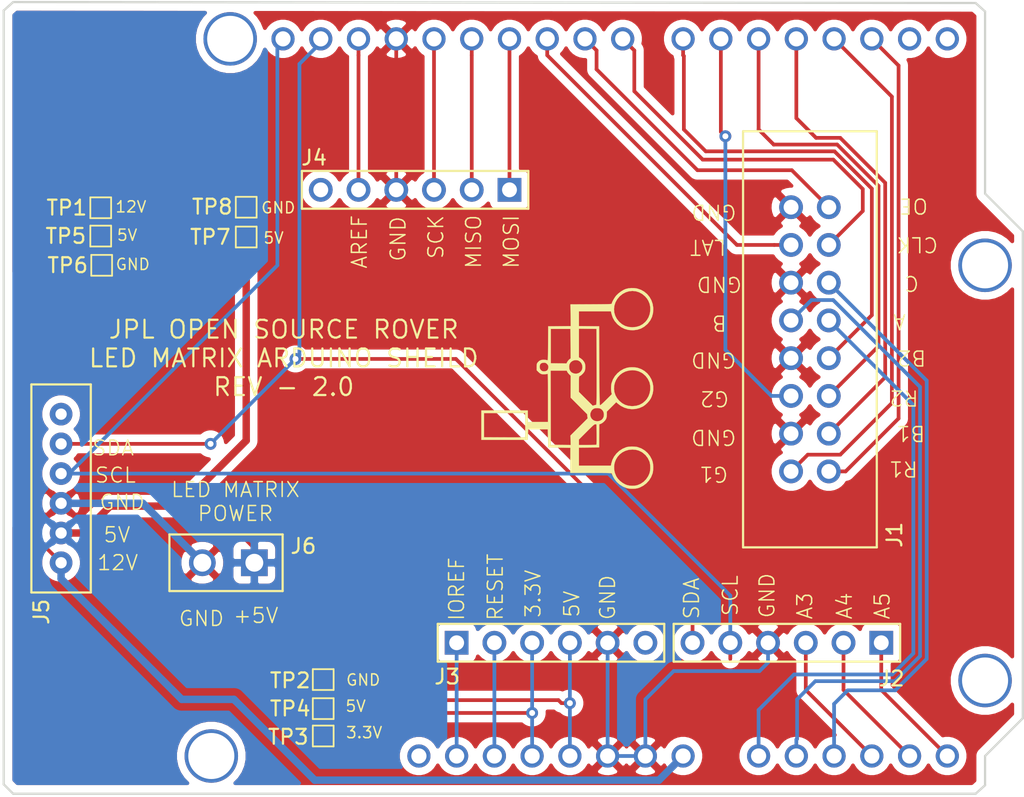
<source format=kicad_pcb>
(kicad_pcb (version 20171130) (host pcbnew "(5.1.12-1-10_14)")

  (general
    (thickness 1.6)
    (drawings 61)
    (tracks 160)
    (zones 0)
    (modules 16)
    (nets 35)
  )

  (page A4)
  (layers
    (0 F.Cu signal)
    (31 B.Cu signal)
    (32 B.Adhes user hide)
    (33 F.Adhes user hide)
    (34 B.Paste user hide)
    (35 F.Paste user hide)
    (36 B.SilkS user)
    (37 F.SilkS user)
    (38 B.Mask user)
    (39 F.Mask user)
    (40 Dwgs.User user)
    (41 Cmts.User user)
    (42 Eco1.User user)
    (43 Eco2.User user)
    (44 Edge.Cuts user)
    (45 Margin user)
    (46 B.CrtYd user)
    (47 F.CrtYd user hide)
    (48 B.Fab user)
    (49 F.Fab user hide)
  )

  (setup
    (last_trace_width 0.25)
    (trace_clearance 0.2)
    (zone_clearance 0.508)
    (zone_45_only no)
    (trace_min 0.2)
    (via_size 0.8)
    (via_drill 0.4)
    (via_min_size 0.4)
    (via_min_drill 0.3)
    (uvia_size 0.3)
    (uvia_drill 0.1)
    (uvias_allowed no)
    (uvia_min_size 0.2)
    (uvia_min_drill 0.1)
    (edge_width 0.15)
    (segment_width 0.2)
    (pcb_text_width 0.3)
    (pcb_text_size 1.5 1.5)
    (mod_edge_width 0.15)
    (mod_text_size 1 1)
    (mod_text_width 0.15)
    (pad_size 1.6 1.6)
    (pad_drill 1)
    (pad_to_mask_clearance 0.051)
    (solder_mask_min_width 0.25)
    (aux_axis_origin 0 0)
    (visible_elements 7FFFFFFF)
    (pcbplotparams
      (layerselection 0x010fc_ffffffff)
      (usegerberextensions false)
      (usegerberattributes false)
      (usegerberadvancedattributes false)
      (creategerberjobfile false)
      (excludeedgelayer true)
      (linewidth 0.100000)
      (plotframeref false)
      (viasonmask false)
      (mode 1)
      (useauxorigin false)
      (hpglpennumber 1)
      (hpglpenspeed 20)
      (hpglpendiameter 15.000000)
      (psnegative false)
      (psa4output false)
      (plotreference true)
      (plotvalue true)
      (plotinvisibletext false)
      (padsonsilk false)
      (subtractmaskfromsilk false)
      (outputformat 1)
      (mirror false)
      (drillshape 0)
      (scaleselection 1)
      (outputdirectory "GERBERS/REV-C/"))
  )

  (net 0 "")
  (net 1 /RX)
  (net 2 /TX)
  (net 3 /R1)
  (net 4 /G1)
  (net 5 /B1)
  (net 6 /R2)
  (net 7 /G2)
  (net 8 /B2)
  (net 9 /CLK)
  (net 10 /OE)
  (net 11 /LAT)
  (net 12 /MOSI)
  (net 13 /MISO)
  (net 14 /SCK)
  (net 15 GND)
  (net 16 /AREF)
  (net 17 /SDA)
  (net 18 /SCL)
  (net 19 /A5)
  (net 20 /A4)
  (net 21 /A3)
  (net 22 /C)
  (net 23 /B)
  (net 24 /A)
  (net 25 +12V)
  (net 26 /5V)
  (net 27 /3.3V)
  (net 28 /RESET)
  (net 29 /IOREF)
  (net 30 "Net-(A1-Pad31)")
  (net 31 "Net-(J3-Pad6)")
  (net 32 "Net-(J4-Pad6)")
  (net 33 +5V)
  (net 34 "Net-(J5-Pad6)")

  (net_class Default "This is the default net class."
    (clearance 0.2)
    (trace_width 0.25)
    (via_dia 0.8)
    (via_drill 0.4)
    (uvia_dia 0.3)
    (uvia_drill 0.1)
    (add_net +12V)
    (add_net +5V)
    (add_net /3.3V)
    (add_net /5V)
    (add_net /A)
    (add_net /A3)
    (add_net /A4)
    (add_net /A5)
    (add_net /AREF)
    (add_net /B)
    (add_net /B1)
    (add_net /B2)
    (add_net /C)
    (add_net /CLK)
    (add_net /G1)
    (add_net /G2)
    (add_net /IOREF)
    (add_net /LAT)
    (add_net /MISO)
    (add_net /MOSI)
    (add_net /OE)
    (add_net /R1)
    (add_net /R2)
    (add_net /RESET)
    (add_net /RX)
    (add_net /SCK)
    (add_net /SCL)
    (add_net /SDA)
    (add_net /TX)
    (add_net GND)
    (add_net "Net-(A1-Pad31)")
    (add_net "Net-(J3-Pad6)")
    (add_net "Net-(J4-Pad6)")
    (add_net "Net-(J5-Pad6)")
  )

  (module "JPL Robotics:Arduino Uno Sheild" (layer F.Cu) (tedit 5C5B8985) (tstamp 5C8DEF3B)
    (at 0 0)
    (path /5D0266BD)
    (fp_text reference A1 (at 2.54 -1.524) (layer F.SilkS) hide
      (effects (font (size 1 1) (thickness 0.15)))
    )
    (fp_text value Arduino_UNO_R3 (at 5.9055 1.905) (layer F.Fab)
      (effects (font (size 1 1) (thickness 0.15)))
    )
    (fp_line (start 0 0) (end 66.04 0) (layer F.CrtYd) (width 0.15))
    (fp_line (start 0 0) (end 0 -53.3) (layer F.CrtYd) (width 0.15))
    (fp_line (start 0 -53.3) (end 66.04 -53.3) (layer F.CrtYd) (width 0.15))
    (fp_line (start 68.6 -5.08) (end 68.6 -37.846) (layer F.CrtYd) (width 0.15))
    (fp_line (start 66.04 0) (end 66.04 -2.54) (layer F.CrtYd) (width 0.15))
    (fp_line (start 66.04 -2.54) (end 68.58 -5.08) (layer F.CrtYd) (width 0.15))
    (fp_line (start 66.04 -53.34) (end 66.04 -40.386) (layer F.CrtYd) (width 0.15))
    (fp_line (start 66.04 -40.386) (end 68.58 -37.846) (layer F.CrtYd) (width 0.15))
    (pad 31 thru_hole circle (at 27.94 -2.54) (size 1.56 1.56) (drill 1.02) (layers *.Cu *.Mask)
      (net 30 "Net-(A1-Pad31)"))
    (pad 20 thru_hole circle (at 30.48 -2.54) (size 1.56 1.56) (drill 1.02) (layers *.Cu *.Mask)
      (net 29 /IOREF))
    (pad 21 thru_hole circle (at 33.02 -2.54) (size 1.56 1.56) (drill 1.02) (layers *.Cu *.Mask)
      (net 28 /RESET))
    (pad 22 thru_hole circle (at 35.56 -2.54) (size 1.56 1.56) (drill 1.02) (layers *.Cu *.Mask)
      (net 27 /3.3V))
    (pad 23 thru_hole circle (at 38.1 -2.54) (size 1.56 1.56) (drill 1.02) (layers *.Cu *.Mask)
      (net 26 /5V))
    (pad 24 thru_hole circle (at 40.64 -2.54) (size 1.56 1.56) (drill 1.02) (layers *.Cu *.Mask)
      (net 15 GND))
    (pad 25 thru_hole circle (at 43.18 -2.54) (size 1.56 1.56) (drill 1.02) (layers *.Cu *.Mask)
      (net 15 GND))
    (pad 26 thru_hole circle (at 45.72 -2.54) (size 1.56 1.56) (drill 1.02) (layers *.Cu *.Mask)
      (net 25 +12V))
    (pad 14 thru_hole circle (at 50.8 -2.54) (size 1.56 1.56) (drill 1.02) (layers *.Cu *.Mask)
      (net 24 /A))
    (pad 15 thru_hole circle (at 53.34 -2.54) (size 1.56 1.56) (drill 1.02) (layers *.Cu *.Mask)
      (net 23 /B))
    (pad 16 thru_hole circle (at 55.88 -2.54) (size 1.56 1.56) (drill 1.02) (layers *.Cu *.Mask)
      (net 22 /C))
    (pad 17 thru_hole circle (at 58.42 -2.54) (size 1.56 1.56) (drill 1.02) (layers *.Cu *.Mask)
      (net 21 /A3))
    (pad 18 thru_hole circle (at 60.96 -2.54) (size 1.56 1.56) (drill 1.02) (layers *.Cu *.Mask)
      (net 20 /A4))
    (pad 19 thru_hole circle (at 63.5 -2.54) (size 1.56 1.56) (drill 1.02) (layers *.Cu *.Mask)
      (net 19 /A5))
    (pad 30 thru_hole circle (at 18.796 -50.8) (size 1.56 1.56) (drill 1.02) (layers *.Cu *.Mask)
      (net 18 /SCL))
    (pad 29 thru_hole circle (at 21.336 -50.8) (size 1.56 1.56) (drill 1.02) (layers *.Cu *.Mask)
      (net 17 /SDA))
    (pad 28 thru_hole circle (at 23.876 -50.8) (size 1.56 1.56) (drill 1.02) (layers *.Cu *.Mask)
      (net 16 /AREF))
    (pad 27 thru_hole circle (at 26.416 -50.8) (size 1.56 1.56) (drill 1.02) (layers *.Cu *.Mask)
      (net 15 GND))
    (pad 13 thru_hole circle (at 28.956 -50.8) (size 1.56 1.56) (drill 1.02) (layers *.Cu *.Mask)
      (net 14 /SCK))
    (pad 12 thru_hole circle (at 31.496 -50.8) (size 1.56 1.56) (drill 1.02) (layers *.Cu *.Mask)
      (net 13 /MISO))
    (pad 11 thru_hole circle (at 34.036 -50.8) (size 1.56 1.56) (drill 1.02) (layers *.Cu *.Mask)
      (net 12 /MOSI))
    (pad 10 thru_hole circle (at 36.576 -50.8) (size 1.56 1.56) (drill 1.02) (layers *.Cu *.Mask)
      (net 11 /LAT))
    (pad 9 thru_hole circle (at 39.116 -50.8) (size 1.56 1.56) (drill 1.02) (layers *.Cu *.Mask)
      (net 10 /OE))
    (pad 8 thru_hole circle (at 41.656 -50.8) (size 1.56 1.56) (drill 1.02) (layers *.Cu *.Mask)
      (net 9 /CLK))
    (pad 7 thru_hole circle (at 45.72 -50.8) (size 1.56 1.56) (drill 1.02) (layers *.Cu *.Mask)
      (net 8 /B2))
    (pad 6 thru_hole circle (at 48.26 -50.8) (size 1.56 1.56) (drill 1.02) (layers *.Cu *.Mask)
      (net 7 /G2))
    (pad 5 thru_hole circle (at 50.8 -50.8) (size 1.56 1.56) (drill 1.02) (layers *.Cu *.Mask)
      (net 6 /R2))
    (pad 4 thru_hole circle (at 53.34 -50.8) (size 1.56 1.56) (drill 1.02) (layers *.Cu *.Mask)
      (net 5 /B1))
    (pad 3 thru_hole circle (at 55.88 -50.8) (size 1.56 1.56) (drill 1.02) (layers *.Cu *.Mask)
      (net 4 /G1))
    (pad 2 thru_hole circle (at 58.42 -50.8) (size 1.56 1.56) (drill 1.02) (layers *.Cu *.Mask)
      (net 3 /R1))
    (pad 1 thru_hole circle (at 60.96 -50.8) (size 1.56 1.56) (drill 1.02) (layers *.Cu *.Mask)
      (net 2 /TX))
    (pad 0 thru_hole circle (at 63.5 -50.8) (size 1.56 1.56) (drill 1.02) (layers *.Cu *.Mask)
      (net 1 /RX))
    (pad "" np_thru_hole circle (at 15.24 -50.8) (size 3.6 3.6) (drill 3.1) (layers *.Cu *.Mask))
    (pad "" np_thru_hole circle (at 66.04 -35.56) (size 3.6 3.6) (drill 3.1) (layers *.Cu *.Mask))
    (pad "" np_thru_hole circle (at 66.04 -7.62) (size 3.6 3.6) (drill 3.1) (layers *.Cu *.Mask))
    (pad "" np_thru_hole circle (at 13.97 -2.54) (size 3.6 3.6) (drill 3.1) (layers *.Cu *.Mask))
  )

  (module "JPL Robotics:rover_image" (layer F.Cu) (tedit 0) (tstamp 5D5359D2)
    (at 38.4556 -27.7368 90)
    (path /5D3EF344)
    (fp_text reference y1 (at 0 0 90) (layer F.SilkS) hide
      (effects (font (size 1.524 1.524) (thickness 0.3)))
    )
    (fp_text value rover_silkscreen (at -2.032 0.1016 90) (layer F.SilkS) hide
      (effects (font (size 1.524 1.524) (thickness 0.3)))
    )
    (fp_poly (pts (xy -1.9431 -3.1877) (xy -2.33045 -3.180689) (xy -2.7178 -3.173677) (xy -2.7178 -1.8288)
      (xy -1.089483 -1.8288) (xy -0.76161 -1.828858) (xy -0.480943 -1.829098) (xy -0.243885 -1.829619)
      (xy -0.046844 -1.830521) (xy 0.113776 -1.831903) (xy 0.24157 -1.833865) (xy 0.340132 -1.836505)
      (xy 0.413057 -1.839923) (xy 0.46394 -1.844219) (xy 0.496376 -1.849492) (xy 0.513959 -1.855841)
      (xy 0.520283 -1.863366) (xy 0.518944 -1.872166) (xy 0.518468 -1.87325) (xy 0.505987 -1.921701)
      (xy 0.494597 -2.001494) (xy 0.488303 -2.073752) (xy 0.488783 -2.106747) (xy 0.682173 -2.106747)
      (xy 0.699633 -1.995115) (xy 0.731557 -1.915331) (xy 0.768977 -1.867693) (xy 0.829163 -1.834928)
      (xy 0.877514 -1.817234) (xy 0.997652 -1.798548) (xy 1.10638 -1.82929) (xy 1.20015 -1.904923)
      (xy 1.249946 -1.97627) (xy 1.268801 -2.057355) (xy 1.27 -2.094706) (xy 1.25642 -2.22283)
      (xy 1.212882 -2.311366) (xy 1.135189 -2.364514) (xy 1.019143 -2.386469) (xy 0.977105 -2.3876)
      (xy 0.8606 -2.365307) (xy 0.768141 -2.304746) (xy 0.706431 -2.2154) (xy 0.682173 -2.106747)
      (xy 0.488783 -2.106747) (xy 0.490128 -2.199166) (xy 0.517832 -2.302414) (xy 0.578053 -2.399332)
      (xy 0.663803 -2.492537) (xy 0.764052 -2.5908) (xy 0.98062 -2.5908) (xy 1.090215 -2.589239)
      (xy 1.164009 -2.582342) (xy 1.216963 -2.566789) (xy 1.264035 -2.53926) (xy 1.286067 -2.52301)
      (xy 1.388716 -2.420119) (xy 1.448772 -2.297423) (xy 1.469041 -2.148128) (xy 1.467032 -2.085003)
      (xy 1.458272 -1.991559) (xy 1.44679 -1.914168) (xy 1.436383 -1.873511) (xy 1.434274 -1.863061)
      (xy 1.440679 -1.854348) (xy 1.459845 -1.847181) (xy 1.496019 -1.841368) (xy 1.553449 -1.836721)
      (xy 1.636382 -1.833049) (xy 1.749066 -1.83016) (xy 1.895746 -1.827865) (xy 2.080672 -1.825973)
      (xy 2.30809 -1.824293) (xy 2.569132 -1.822711) (xy 3.7211 -1.8161) (xy 3.727833 -1.056747)
      (xy 3.734567 -0.297394) (xy 4.464433 -0.307447) (xy 5.1943 -0.3175) (xy 5.200866 1.07315)
      (xy 5.202387 1.375189) (xy 5.203954 1.63034) (xy 5.205705 1.842515) (xy 5.207778 2.015627)
      (xy 5.21031 2.153586) (xy 5.213438 2.260305) (xy 5.217301 2.339695) (xy 5.222036 2.395669)
      (xy 5.227781 2.432139) (xy 5.234672 2.453017) (xy 5.242848 2.462213) (xy 5.249772 2.4638)
      (xy 5.309279 2.477918) (xy 5.397476 2.515814) (xy 5.502404 2.570802) (xy 5.6121 2.636195)
      (xy 5.714606 2.705306) (xy 5.794394 2.768281) (xy 5.930107 2.907366) (xy 6.056819 3.072771)
      (xy 6.162184 3.246721) (xy 6.226783 3.3909) (xy 6.272855 3.571314) (xy 6.294426 3.776277)
      (xy 6.290586 3.985344) (xy 6.261637 4.173075) (xy 6.176939 4.42246) (xy 6.051105 4.64626)
      (xy 5.888812 4.840839) (xy 5.694735 5.002567) (xy 5.473552 5.127809) (xy 5.229937 5.212933)
      (xy 4.968567 5.254305) (xy 4.865464 5.2578) (xy 4.594574 5.235795) (xy 4.347211 5.169127)
      (xy 4.120974 5.056819) (xy 3.91346 4.897891) (xy 3.862831 4.849367) (xy 3.691594 4.645982)
      (xy 3.567266 4.424344) (xy 3.488952 4.182253) (xy 3.455755 3.917512) (xy 3.4544 3.8481)
      (xy 3.655609 3.8481) (xy 3.67797 4.102559) (xy 3.745077 4.332975) (xy 3.856967 4.539424)
      (xy 4.013679 4.721983) (xy 4.134761 4.824254) (xy 4.325963 4.938257) (xy 4.541672 5.016061)
      (xy 4.770109 5.055886) (xy 4.999495 5.055954) (xy 5.21805 5.014485) (xy 5.272969 4.996196)
      (xy 5.442594 4.923498) (xy 5.583516 4.836525) (xy 5.717834 4.721226) (xy 5.7404 4.699)
      (xy 5.897652 4.508449) (xy 6.009892 4.300162) (xy 6.077162 4.079864) (xy 6.099509 3.853282)
      (xy 6.076975 3.626141) (xy 6.009605 3.404166) (xy 5.897443 3.193085) (xy 5.740534 2.998623)
      (xy 5.727147 2.985052) (xy 5.534142 2.824833) (xy 5.324094 2.709359) (xy 5.10273 2.638674)
      (xy 4.875775 2.612821) (xy 4.648955 2.631845) (xy 4.427996 2.69579) (xy 4.218624 2.804701)
      (xy 4.026565 2.958621) (xy 4.013199 2.971799) (xy 3.855961 3.15821) (xy 3.745582 3.358431)
      (xy 3.679656 3.578359) (xy 3.655778 3.82389) (xy 3.655609 3.8481) (xy 3.4544 3.8481)
      (xy 3.476345 3.577808) (xy 3.543095 3.330361) (xy 3.656016 3.10249) (xy 3.816476 2.890925)
      (xy 3.884854 2.8194) (xy 4.080951 2.653969) (xy 4.292249 2.533687) (xy 4.528204 2.453225)
      (xy 4.54025 2.450288) (xy 4.7244 2.406131) (xy 4.7244 0.254) (xy 3.734629 0.254)
      (xy 3.727864 0.93345) (xy 3.7211 1.6129) (xy 1.067146 1.6256) (xy 0.637941 1.627718)
      (xy 0.256757 1.629764) (xy -0.079183 1.631789) (xy -0.372659 1.633847) (xy -0.626448 1.63599)
      (xy -0.84333 1.638272) (xy -1.026082 1.640746) (xy -1.177483 1.643465) (xy -1.300311 1.646482)
      (xy -1.397345 1.64985) (xy -1.471362 1.653621) (xy -1.525143 1.65785) (xy -1.561464 1.662589)
      (xy -1.583104 1.66789) (xy -1.592842 1.673808) (xy -1.594034 1.6764) (xy -1.578918 1.70521)
      (xy -1.532361 1.763667) (xy -1.45943 1.846091) (xy -1.365192 1.946805) (xy -1.254716 2.060132)
      (xy -1.224558 2.090362) (xy -0.847856 2.466225) (xy -0.735078 2.440233) (xy -0.59916 2.420696)
      (xy -0.437675 2.41504) (xy -0.273713 2.422883) (xy -0.130362 2.443841) (xy -0.101793 2.450726)
      (xy 0.141162 2.540934) (xy 0.364034 2.674022) (xy 0.560931 2.844094) (xy 0.725959 3.045253)
      (xy 0.853226 3.271601) (xy 0.927726 3.480951) (xy 0.952273 3.620252) (xy 0.962949 3.787532)
      (xy 0.959792 3.96191) (xy 0.942841 4.122506) (xy 0.926378 4.202371) (xy 0.837999 4.447786)
      (xy 0.711152 4.665213) (xy 0.551147 4.852433) (xy 0.363296 5.007229) (xy 0.152908 5.127382)
      (xy -0.074705 5.210673) (xy -0.314233 5.254884) (xy -0.560366 5.257796) (xy -0.807792 5.21719)
      (xy -1.051201 5.130849) (xy -1.161446 5.074549) (xy -1.292023 4.984847) (xy -1.42786 4.864752)
      (xy -1.553132 4.730092) (xy -1.652013 4.59669) (xy -1.67095 4.565045) (xy -1.779318 4.323214)
      (xy -1.840977 4.069767) (xy -1.854401 3.8481) (xy -1.652991 3.8481) (xy -1.63063 4.102559)
      (xy -1.563523 4.332975) (xy -1.451633 4.539424) (xy -1.294921 4.721983) (xy -1.173839 4.824254)
      (xy -0.981005 4.939155) (xy -0.763755 5.017079) (xy -0.533704 5.056289) (xy -0.302467 5.05505)
      (xy -0.081658 5.011626) (xy -0.031991 4.994912) (xy 0.188279 4.887594) (xy 0.381696 4.738294)
      (xy 0.544105 4.550477) (xy 0.595824 4.471389) (xy 0.689609 4.281474) (xy 0.743663 4.082423)
      (xy 0.761952 3.859318) (xy 0.762 3.846165) (xy 0.739701 3.602394) (xy 0.676154 3.380371)
      (xy 0.576386 3.182233) (xy 0.445423 3.010115) (xy 0.288289 2.866154) (xy 0.11001 2.752485)
      (xy -0.084388 2.671244) (xy -0.289879 2.624567) (xy -0.501437 2.614589) (xy -0.714037 2.643447)
      (xy -0.922653 2.713276) (xy -1.12226 2.826213) (xy -1.295401 2.971799) (xy -1.452639 3.15821)
      (xy -1.563018 3.358431) (xy -1.628944 3.578359) (xy -1.652822 3.82389) (xy -1.652991 3.8481)
      (xy -1.854401 3.8481) (xy -1.856628 3.811337) (xy -1.826972 3.554561) (xy -1.752707 3.306073)
      (xy -1.634534 3.072508) (xy -1.493523 2.88316) (xy -1.389111 2.764541) (xy -1.703825 2.44907)
      (xy -2.018538 2.1336) (xy -2.209419 2.133042) (xy -2.368152 2.122831) (xy -2.486965 2.092486)
      (xy -2.5019 2.086076) (xy -2.598683 2.024991) (xy -2.69663 1.935683) (xy -2.781028 1.83397)
      (xy -2.837163 1.735671) (xy -2.84329 1.719077) (xy -2.8739 1.626328) (xy -4.4323 1.6129)
      (xy -4.433597 1.48263) (xy -2.670629 1.48263) (xy -2.648826 1.637099) (xy -2.587284 1.764394)
      (xy -2.491803 1.859852) (xy -2.368182 1.918812) (xy -2.222221 1.936612) (xy -2.1209 1.924489)
      (xy -2.037939 1.89905) (xy -1.96604 1.864038) (xy -1.95737 1.85814) (xy -1.866987 1.775022)
      (xy -1.81225 1.677438) (xy -1.785771 1.550838) (xy -1.782787 1.51431) (xy -1.787237 1.362505)
      (xy -1.82516 1.243087) (xy -1.873883 1.1811) (xy -1.624869 1.1811) (xy -1.596793 1.2827)
      (xy -1.576897 1.354614) (xy -1.562147 1.407785) (xy -1.559809 1.416172) (xy -1.549069 1.421544)
      (xy -1.518372 1.426259) (xy -1.465213 1.430343) (xy -1.387091 1.433821) (xy -1.281502 1.436717)
      (xy -1.145942 1.439055) (xy -0.977909 1.440862) (xy -0.774899 1.442162) (xy -0.53441 1.44298)
      (xy -0.253938 1.44334) (xy 0.069021 1.443268) (xy 0.436968 1.442788) (xy 0.852408 1.441926)
      (xy 0.996199 1.441572) (xy 3.5433 1.4351) (xy 3.556936 0.254) (xy 1.630427 0.254)
      (xy 1.565772 0.364325) (xy 1.461295 0.496464) (xy 1.322243 0.603675) (xy 1.232705 0.649)
      (xy 1.128549 0.675412) (xy 0.99799 0.68487) (xy 0.862358 0.6778) (xy 0.742985 0.654633)
      (xy 0.6985 0.638276) (xy 0.621017 0.590405) (xy 0.535652 0.518863) (xy 0.455844 0.43712)
      (xy 0.395033 0.358649) (xy 0.369473 0.308497) (xy 0.362085 0.290259) (xy 0.348658 0.276624)
      (xy 0.32253 0.266921) (xy 0.277038 0.260483) (xy 0.205521 0.256641) (xy 0.101315 0.254726)
      (xy -0.04224 0.254069) (xy -0.17342 0.254) (xy -0.699015 0.254) (xy -1.624869 1.1811)
      (xy -1.873883 1.1811) (xy -1.900739 1.146934) (xy -1.977993 1.088774) (xy -2.113582 1.028953)
      (xy -2.249853 1.014829) (xy -2.379067 1.042002) (xy -2.493486 1.10607) (xy -2.585371 1.202633)
      (xy -2.646984 1.327291) (xy -2.670585 1.475644) (xy -2.670629 1.48263) (xy -4.433597 1.48263)
      (xy -4.44583 0.254) (xy -4.2672 0.254) (xy -4.2672 0.833966) (xy -4.266472 1.000748)
      (xy -4.264429 1.150292) (xy -4.261287 1.275195) (xy -4.257261 1.368055) (xy -4.252566 1.421468)
      (xy -4.249861 1.431272) (xy -4.220811 1.435644) (xy -4.147791 1.439108) (xy -4.037626 1.44156)
      (xy -3.89714 1.442897) (xy -3.733156 1.443012) (xy -3.557711 1.441856) (xy -2.8829 1.4351)
      (xy -2.874473 1.361206) (xy -2.875028 1.336548) (xy -2.884704 1.307928) (xy -2.907258 1.270973)
      (xy -2.946449 1.221314) (xy -3.006034 1.154579) (xy -3.089771 1.066398) (xy -3.201419 0.952401)
      (xy -3.344735 0.808215) (xy -3.382241 0.770656) (xy -3.898436 0.254) (xy -4.2672 0.254)
      (xy -4.44583 0.254) (xy -5.6642 0.254) (xy -5.6642 2.402836) (xy -5.50545 2.435)
      (xy -5.26441 2.508992) (xy -5.039505 2.626981) (xy -4.83683 2.783166) (xy -4.662482 2.971746)
      (xy -4.522558 3.186921) (xy -4.423154 3.422888) (xy -4.406274 3.480951) (xy -4.381727 3.620252)
      (xy -4.371051 3.787532) (xy -4.374208 3.96191) (xy -4.391159 4.122506) (xy -4.407622 4.202371)
      (xy -4.497361 4.448972) (xy -4.629777 4.672507) (xy -4.800076 4.867998) (xy -5.003463 5.030468)
      (xy -5.235146 5.154939) (xy -5.373972 5.20573) (xy -5.541781 5.241243) (xy -5.735613 5.256351)
      (xy -5.934948 5.251011) (xy -6.119269 5.225177) (xy -6.189681 5.207498) (xy -6.433358 5.109732)
      (xy -6.65423 4.969601) (xy -6.847012 4.792425) (xy -7.006421 4.583521) (xy -7.127172 4.348208)
      (xy -7.172645 4.218139) (xy -7.198738 4.086683) (xy -7.211547 3.926095) (xy -7.21121 3.808058)
      (xy -7.010262 3.808058) (xy -7.00647 3.975883) (xy -6.986867 4.126215) (xy -6.973137 4.18158)
      (xy -6.879821 4.406449) (xy -6.744107 4.607066) (xy -6.57045 4.778811) (xy -6.363307 4.917062)
      (xy -6.18737 4.996466) (xy -6.022546 5.038379) (xy -5.832332 5.05645) (xy -5.636175 5.050715)
      (xy -5.453523 5.021211) (xy -5.365991 4.994912) (xy -5.145721 4.887594) (xy -4.952304 4.738294)
      (xy -4.789895 4.550477) (xy -4.738176 4.471389) (xy -4.644391 4.281474) (xy -4.590337 4.082423)
      (xy -4.572048 3.859318) (xy -4.572001 3.846165) (xy -4.594952 3.599518) (xy -4.660559 3.373731)
      (xy -4.763948 3.171724) (xy -4.900246 2.996419) (xy -5.064582 2.850738) (xy -5.252081 2.737602)
      (xy -5.457871 2.659933) (xy -5.67708 2.620652) (xy -5.904835 2.62268) (xy -6.136263 2.668941)
      (xy -6.366491 2.762354) (xy -6.373537 2.766025) (xy -6.535111 2.874701) (xy -6.687384 3.021435)
      (xy -6.82007 3.193493) (xy -6.922881 3.378142) (xy -6.970717 3.5052) (xy -6.998319 3.644057)
      (xy -7.010262 3.808058) (xy -7.21121 3.808058) (xy -7.211062 3.75628) (xy -7.197271 3.597142)
      (xy -7.173053 3.47806) (xy -7.075264 3.230626) (xy -6.936063 3.004488) (xy -6.76119 2.806602)
      (xy -6.556386 2.643923) (xy -6.419824 2.565257) (xy -6.32518 2.519766) (xy -6.245338 2.484827)
      (xy -6.192816 2.465777) (xy -6.181959 2.4638) (xy -6.174213 2.457188) (xy -6.167655 2.43491)
      (xy -6.162192 2.393297) (xy -6.157732 2.328682) (xy -6.154182 2.237397) (xy -6.15145 2.115776)
      (xy -6.149444 1.960149) (xy -6.148071 1.766851) (xy -6.147238 1.532213) (xy -6.146854 1.252569)
      (xy -6.1468 1.068528) (xy -6.1468 -0.300639) (xy -4.268052 -0.300639) (xy -3.949853 -0.30907)
      (xy -3.631654 -0.3175) (xy -3.054732 0.259902) (xy -2.477809 0.837304) (xy -2.337455 0.822333)
      (xy -2.1971 0.807361) (xy -1.637675 0.249795) (xy -1.453352 0.066084) (xy 0.53004 0.066084)
      (xy 0.556433 0.202008) (xy 0.618939 0.317359) (xy 0.71082 0.407366) (xy 0.82534 0.467258)
      (xy 0.955761 0.492266) (xy 1.095347 0.47762) (xy 1.23736 0.418549) (xy 1.24884 0.411628)
      (xy 1.351972 0.320137) (xy 1.418568 0.202046) (xy 1.44641 0.068206) (xy 1.433284 -0.070529)
      (xy 1.376975 -0.203307) (xy 1.375025 -0.206408) (xy 1.282393 -0.31471) (xy 1.166529 -0.380206)
      (xy 1.021866 -0.405805) (xy 0.992295 -0.4064) (xy 0.83221 -0.386867) (xy 0.704516 -0.32873)
      (xy 0.610184 -0.23269) (xy 0.550182 -0.099442) (xy 0.546498 -0.085645) (xy 0.53004 0.066084)
      (xy -1.453352 0.066084) (xy -1.078249 -0.307771) (xy -0.341752 -0.305597) (xy 0.394745 -0.303424)
      (xy 0.493076 -0.404123) (xy 0.562874 -0.467504) (xy 0.632323 -0.517955) (xy 0.664003 -0.534893)
      (xy 0.7366 -0.564964) (xy 0.7366 -0.585756) (xy 1.218174 -0.585756) (xy 1.319155 -0.534239)
      (xy 1.402511 -0.47876) (xy 1.479178 -0.407681) (xy 1.491118 -0.393554) (xy 1.5621 -0.304386)
      (xy 3.5433 -0.3175) (xy 3.5433 -1.6383) (xy 1.2319 -1.6383) (xy 1.218174 -0.585756)
      (xy 0.7366 -0.585756) (xy 0.7366 -1.651249) (xy -1.75895 -1.644775) (xy -4.2545 -1.6383)
      (xy -4.261276 -0.96947) (xy -4.268052 -0.300639) (xy -6.1468 -0.300639) (xy -6.1468 -0.326744)
      (xy -4.4577 -0.3175) (xy -4.4323 -1.8161) (xy -3.2131 -1.8415) (xy -3.2131 -3.1623)
      (xy -3.9243 -3.1877) (xy -3.9243 -4.048849) (xy -3.754719 -4.048849) (xy -3.754315 -3.849399)
      (xy -3.753473 -3.679278) (xy -3.752212 -3.54328) (xy -3.750551 -3.446204) (xy -3.748511 -3.392845)
      (xy -3.747412 -3.384193) (xy -3.733344 -3.374972) (xy -3.696112 -3.36781) (xy -3.631351 -3.362572)
      (xy -3.534692 -3.359124) (xy -3.401771 -3.357328) (xy -3.228219 -3.357051) (xy -3.009671 -3.358157)
      (xy -2.92801 -3.358793) (xy -2.1209 -3.3655) (xy -2.1209 -6.1341) (xy -3.7465 -6.1341)
      (xy -3.753102 -4.7752) (xy -3.754132 -4.516546) (xy -3.754664 -4.27283) (xy -3.754719 -4.048849)
      (xy -3.9243 -4.048849) (xy -3.9243 -6.3119) (xy -1.9431 -6.3119) (xy -1.9431 -3.1877)) (layer F.SilkS) (width 0.01))
  )

  (module "JPL Robotics:455-1708-ND" (layer F.Cu) (tedit 5CA2B207) (tstamp 5CAF480A)
    (at 3.8608 -15.5448 90)
    (path /5CFE8BE4)
    (fp_text reference J5 (at -3.302 -1.3208 90) (layer F.SilkS)
      (effects (font (size 1 1) (thickness 0.15)))
    )
    (fp_text value 6posheader (at -4 -4 90) (layer F.Fab)
      (effects (font (size 1 1) (thickness 0.15)))
    )
    (fp_line (start 12 2) (end -2 2) (layer F.SilkS) (width 0.15))
    (fp_line (start 12 -2) (end 12 2) (layer F.SilkS) (width 0.15))
    (fp_line (start -2 -2) (end 12 -2) (layer F.SilkS) (width 0.15))
    (fp_line (start -2 2) (end -2 -2) (layer F.SilkS) (width 0.15))
    (pad 1 thru_hole circle (at 0 0 90) (size 1.524 1.524) (drill 0.762) (layers *.Cu *.Mask)
      (net 25 +12V))
    (pad 2 thru_hole circle (at 2 0 90) (size 1.524 1.524) (drill 0.762) (layers *.Cu *.Mask)
      (net 33 +5V))
    (pad 3 thru_hole circle (at 4 0 90) (size 1.524 1.524) (drill 0.762) (layers *.Cu *.Mask)
      (net 15 GND))
    (pad 4 thru_hole circle (at 6 0 90) (size 1.524 1.524) (drill 0.762) (layers *.Cu *.Mask)
      (net 18 /SCL))
    (pad 5 thru_hole circle (at 8 0 90) (size 1.524 1.524) (drill 0.762) (layers *.Cu *.Mask)
      (net 17 /SDA))
    (pad 6 thru_hole circle (at 10 0 90) (size 1.524 1.524) (drill 0.762) (layers *.Cu *.Mask)
      (net 34 "Net-(J5-Pad6)"))
  )

  (module TestPoint:TestPoint_Pad_1.0x1.0mm (layer F.Cu) (tedit 5A0F774F) (tstamp 5C8E1B1F)
    (at 16.319001 -39.469999)
    (descr "SMD rectangular pad as test Point, square 1.0mm side length")
    (tags "test point SMD pad rectangle square")
    (path /5D0C3643)
    (attr virtual)
    (fp_text reference TP8 (at -2.285501 -0.027001) (layer F.SilkS)
      (effects (font (size 1 1) (thickness 0.15)))
    )
    (fp_text value TestPoint (at 0 1.55) (layer F.Fab)
      (effects (font (size 1 1) (thickness 0.15)))
    )
    (fp_line (start -0.7 -0.7) (end 0.7 -0.7) (layer F.SilkS) (width 0.12))
    (fp_line (start 0.7 -0.7) (end 0.7 0.7) (layer F.SilkS) (width 0.12))
    (fp_line (start 0.7 0.7) (end -0.7 0.7) (layer F.SilkS) (width 0.12))
    (fp_line (start -0.7 0.7) (end -0.7 -0.7) (layer F.SilkS) (width 0.12))
    (fp_line (start -1 -1) (end 1 -1) (layer F.CrtYd) (width 0.05))
    (fp_line (start -1 -1) (end -1 1) (layer F.CrtYd) (width 0.05))
    (fp_line (start 1 1) (end 1 -1) (layer F.CrtYd) (width 0.05))
    (fp_line (start 1 1) (end -1 1) (layer F.CrtYd) (width 0.05))
    (fp_text user %R (at 0 -1.45) (layer F.Fab)
      (effects (font (size 1 1) (thickness 0.15)))
    )
    (pad 1 smd rect (at 0 0) (size 1 1) (layers F.Cu F.Mask)
      (net 15 GND))
  )

  (module TestPoint:TestPoint_Pad_1.0x1.0mm (layer F.Cu) (tedit 5A0F774F) (tstamp 5C8E2854)
    (at 16.3195 -37.465)
    (descr "SMD rectangular pad as test Point, square 1.0mm side length")
    (tags "test point SMD pad rectangle square")
    (path /5D0C06D0)
    (attr virtual)
    (fp_text reference TP7 (at -2.413 0) (layer F.SilkS)
      (effects (font (size 1 1) (thickness 0.15)))
    )
    (fp_text value TestPoint (at 0 1.55) (layer F.Fab)
      (effects (font (size 1 1) (thickness 0.15)))
    )
    (fp_line (start -0.7 -0.7) (end 0.7 -0.7) (layer F.SilkS) (width 0.12))
    (fp_line (start 0.7 -0.7) (end 0.7 0.7) (layer F.SilkS) (width 0.12))
    (fp_line (start 0.7 0.7) (end -0.7 0.7) (layer F.SilkS) (width 0.12))
    (fp_line (start -0.7 0.7) (end -0.7 -0.7) (layer F.SilkS) (width 0.12))
    (fp_line (start -1 -1) (end 1 -1) (layer F.CrtYd) (width 0.05))
    (fp_line (start -1 -1) (end -1 1) (layer F.CrtYd) (width 0.05))
    (fp_line (start 1 1) (end 1 -1) (layer F.CrtYd) (width 0.05))
    (fp_line (start 1 1) (end -1 1) (layer F.CrtYd) (width 0.05))
    (fp_text user %R (at 0 -1.45) (layer F.Fab)
      (effects (font (size 1 1) (thickness 0.15)))
    )
    (pad 1 smd rect (at 0 0) (size 1 1) (layers F.Cu F.Mask)
      (net 33 +5V))
  )

  (module TestPoint:TestPoint_Pad_1.0x1.0mm (layer F.Cu) (tedit 5A0F774F) (tstamp 5C8E1B03)
    (at 6.5913 -35.56)
    (descr "SMD rectangular pad as test Point, square 1.0mm side length")
    (tags "test point SMD pad rectangle square")
    (path /5D0CF60F)
    (attr virtual)
    (fp_text reference TP6 (at -2.286 0) (layer F.SilkS)
      (effects (font (size 1 1) (thickness 0.15)))
    )
    (fp_text value TestPoint (at 0 1.55) (layer F.Fab)
      (effects (font (size 1 1) (thickness 0.15)))
    )
    (fp_line (start -0.7 -0.7) (end 0.7 -0.7) (layer F.SilkS) (width 0.12))
    (fp_line (start 0.7 -0.7) (end 0.7 0.7) (layer F.SilkS) (width 0.12))
    (fp_line (start 0.7 0.7) (end -0.7 0.7) (layer F.SilkS) (width 0.12))
    (fp_line (start -0.7 0.7) (end -0.7 -0.7) (layer F.SilkS) (width 0.12))
    (fp_line (start -1 -1) (end 1 -1) (layer F.CrtYd) (width 0.05))
    (fp_line (start -1 -1) (end -1 1) (layer F.CrtYd) (width 0.05))
    (fp_line (start 1 1) (end 1 -1) (layer F.CrtYd) (width 0.05))
    (fp_line (start 1 1) (end -1 1) (layer F.CrtYd) (width 0.05))
    (fp_text user %R (at 0 -1.45) (layer F.Fab)
      (effects (font (size 1 1) (thickness 0.15)))
    )
    (pad 1 smd rect (at 0 0) (size 1 1) (layers F.Cu F.Mask)
      (net 15 GND))
  )

  (module TestPoint:TestPoint_Pad_1.0x1.0mm (layer F.Cu) (tedit 5A0F774F) (tstamp 5C8E1AF5)
    (at 6.5278 -37.5285)
    (descr "SMD rectangular pad as test Point, square 1.0mm side length")
    (tags "test point SMD pad rectangle square")
    (path /5D0CC5AB)
    (attr virtual)
    (fp_text reference TP5 (at -2.3495 0) (layer F.SilkS)
      (effects (font (size 1 1) (thickness 0.15)))
    )
    (fp_text value TestPoint (at 0 1.55) (layer F.Fab)
      (effects (font (size 1 1) (thickness 0.15)))
    )
    (fp_line (start -0.7 -0.7) (end 0.7 -0.7) (layer F.SilkS) (width 0.12))
    (fp_line (start 0.7 -0.7) (end 0.7 0.7) (layer F.SilkS) (width 0.12))
    (fp_line (start 0.7 0.7) (end -0.7 0.7) (layer F.SilkS) (width 0.12))
    (fp_line (start -0.7 0.7) (end -0.7 -0.7) (layer F.SilkS) (width 0.12))
    (fp_line (start -1 -1) (end 1 -1) (layer F.CrtYd) (width 0.05))
    (fp_line (start -1 -1) (end -1 1) (layer F.CrtYd) (width 0.05))
    (fp_line (start 1 1) (end 1 -1) (layer F.CrtYd) (width 0.05))
    (fp_line (start 1 1) (end -1 1) (layer F.CrtYd) (width 0.05))
    (fp_text user %R (at 0 -1.45) (layer F.Fab)
      (effects (font (size 1 1) (thickness 0.15)))
    )
    (pad 1 smd rect (at 0 0) (size 1 1) (layers F.Cu F.Mask)
      (net 33 +5V))
  )

  (module TestPoint:TestPoint_Pad_1.0x1.0mm (layer F.Cu) (tedit 5A0F774F) (tstamp 5C8E1AE7)
    (at 21.5011 -5.7277 90)
    (descr "SMD rectangular pad as test Point, square 1.0mm side length")
    (tags "test point SMD pad rectangle square")
    (path /5D0B4587)
    (attr virtual)
    (fp_text reference TP4 (at 0 -2.2225 180) (layer F.SilkS)
      (effects (font (size 1 1) (thickness 0.15)))
    )
    (fp_text value TestPoint (at 0 1.55 90) (layer F.Fab)
      (effects (font (size 1 1) (thickness 0.15)))
    )
    (fp_line (start -0.7 -0.7) (end 0.7 -0.7) (layer F.SilkS) (width 0.12))
    (fp_line (start 0.7 -0.7) (end 0.7 0.7) (layer F.SilkS) (width 0.12))
    (fp_line (start 0.7 0.7) (end -0.7 0.7) (layer F.SilkS) (width 0.12))
    (fp_line (start -0.7 0.7) (end -0.7 -0.7) (layer F.SilkS) (width 0.12))
    (fp_line (start -1 -1) (end 1 -1) (layer F.CrtYd) (width 0.05))
    (fp_line (start -1 -1) (end -1 1) (layer F.CrtYd) (width 0.05))
    (fp_line (start 1 1) (end 1 -1) (layer F.CrtYd) (width 0.05))
    (fp_line (start 1 1) (end -1 1) (layer F.CrtYd) (width 0.05))
    (fp_text user %R (at 0 -1.45 90) (layer F.Fab)
      (effects (font (size 1 1) (thickness 0.15)))
    )
    (pad 1 smd rect (at 0 0 90) (size 1 1) (layers F.Cu F.Mask)
      (net 26 /5V))
  )

  (module TestPoint:TestPoint_Pad_1.0x1.0mm (layer F.Cu) (tedit 5A0F774F) (tstamp 5C8E1AD9)
    (at 21.5011 -3.8862 90)
    (descr "SMD rectangular pad as test Point, square 1.0mm side length")
    (tags "test point SMD pad rectangle square")
    (path /5D0A28C7)
    (attr virtual)
    (fp_text reference TP3 (at -0.0635 -2.3495 180) (layer F.SilkS)
      (effects (font (size 1 1) (thickness 0.15)))
    )
    (fp_text value TestPoint (at 0 1.55 90) (layer F.Fab)
      (effects (font (size 1 1) (thickness 0.15)))
    )
    (fp_line (start -0.7 -0.7) (end 0.7 -0.7) (layer F.SilkS) (width 0.12))
    (fp_line (start 0.7 -0.7) (end 0.7 0.7) (layer F.SilkS) (width 0.12))
    (fp_line (start 0.7 0.7) (end -0.7 0.7) (layer F.SilkS) (width 0.12))
    (fp_line (start -0.7 0.7) (end -0.7 -0.7) (layer F.SilkS) (width 0.12))
    (fp_line (start -1 -1) (end 1 -1) (layer F.CrtYd) (width 0.05))
    (fp_line (start -1 -1) (end -1 1) (layer F.CrtYd) (width 0.05))
    (fp_line (start 1 1) (end 1 -1) (layer F.CrtYd) (width 0.05))
    (fp_line (start 1 1) (end -1 1) (layer F.CrtYd) (width 0.05))
    (fp_text user %R (at 0 -1.45 90) (layer F.Fab)
      (effects (font (size 1 1) (thickness 0.15)))
    )
    (pad 1 smd rect (at 0 0 90) (size 1 1) (layers F.Cu F.Mask)
      (net 27 /3.3V))
  )

  (module TestPoint:TestPoint_Pad_1.0x1.0mm (layer F.Cu) (tedit 5A0F774F) (tstamp 5C8E1ACB)
    (at 21.5011 -7.6835 90)
    (descr "SMD rectangular pad as test Point, square 1.0mm side length")
    (tags "test point SMD pad rectangle square")
    (path /5D087228)
    (attr virtual)
    (fp_text reference TP2 (at -0.0635 -2.2225 180) (layer F.SilkS)
      (effects (font (size 1 1) (thickness 0.15)))
    )
    (fp_text value TestPoint (at 0 1.55 90) (layer F.Fab)
      (effects (font (size 1 1) (thickness 0.15)))
    )
    (fp_line (start -0.7 -0.7) (end 0.7 -0.7) (layer F.SilkS) (width 0.12))
    (fp_line (start 0.7 -0.7) (end 0.7 0.7) (layer F.SilkS) (width 0.12))
    (fp_line (start 0.7 0.7) (end -0.7 0.7) (layer F.SilkS) (width 0.12))
    (fp_line (start -0.7 0.7) (end -0.7 -0.7) (layer F.SilkS) (width 0.12))
    (fp_line (start -1 -1) (end 1 -1) (layer F.CrtYd) (width 0.05))
    (fp_line (start -1 -1) (end -1 1) (layer F.CrtYd) (width 0.05))
    (fp_line (start 1 1) (end 1 -1) (layer F.CrtYd) (width 0.05))
    (fp_line (start 1 1) (end -1 1) (layer F.CrtYd) (width 0.05))
    (fp_text user %R (at 0 -1.45 90) (layer F.Fab)
      (effects (font (size 1 1) (thickness 0.15)))
    )
    (pad 1 smd rect (at 0 0 90) (size 1 1) (layers F.Cu F.Mask)
      (net 15 GND))
  )

  (module TestPoint:TestPoint_Pad_1.0x1.0mm (layer F.Cu) (tedit 5A0F774F) (tstamp 5C8E1ABD)
    (at 6.5278 -39.4335)
    (descr "SMD rectangular pad as test Point, square 1.0mm side length")
    (tags "test point SMD pad rectangle square")
    (path /5D084071)
    (attr virtual)
    (fp_text reference TP1 (at -2.286 0) (layer F.SilkS)
      (effects (font (size 1 1) (thickness 0.15)))
    )
    (fp_text value TestPoint (at 0 1.55) (layer F.Fab)
      (effects (font (size 1 1) (thickness 0.15)))
    )
    (fp_line (start -0.7 -0.7) (end 0.7 -0.7) (layer F.SilkS) (width 0.12))
    (fp_line (start 0.7 -0.7) (end 0.7 0.7) (layer F.SilkS) (width 0.12))
    (fp_line (start 0.7 0.7) (end -0.7 0.7) (layer F.SilkS) (width 0.12))
    (fp_line (start -0.7 0.7) (end -0.7 -0.7) (layer F.SilkS) (width 0.12))
    (fp_line (start -1 -1) (end 1 -1) (layer F.CrtYd) (width 0.05))
    (fp_line (start -1 -1) (end -1 1) (layer F.CrtYd) (width 0.05))
    (fp_line (start 1 1) (end 1 -1) (layer F.CrtYd) (width 0.05))
    (fp_line (start 1 1) (end -1 1) (layer F.CrtYd) (width 0.05))
    (fp_text user %R (at 0 -1.45) (layer F.Fab)
      (effects (font (size 1 1) (thickness 0.15)))
    )
    (pad 1 smd rect (at 0 0) (size 1 1) (layers F.Cu F.Mask)
      (net 25 +12V))
  )

  (module "JPL Robotics:16 pos 3M connector" (layer F.Cu) (tedit 5D02C127) (tstamp 5CA266AC)
    (at 54.2544 -30.5816 90)
    (path /5D03196E)
    (fp_text reference J1 (at -13.1572 5.6896 90) (layer F.SilkS)
      (effects (font (size 1 1) (thickness 0.15)))
    )
    (fp_text value ED10523-ND (at -5.08 -5.08 90) (layer F.Fab)
      (effects (font (size 1 1) (thickness 0.15)))
    )
    (fp_line (start -14 -4.5) (end -14 4.5) (layer F.SilkS) (width 0.15))
    (fp_line (start 14 -4.5) (end -14 -4.5) (layer F.SilkS) (width 0.15))
    (fp_line (start 14 4.5) (end 14 -4.5) (layer F.SilkS) (width 0.15))
    (fp_line (start -14 4.5) (end 14 4.5) (layer F.SilkS) (width 0.15))
    (pad 1 thru_hole circle (at -8.89 1.27 90) (size 1.6 1.6) (drill 1) (layers *.Cu *.Mask)
      (net 3 /R1))
    (pad 2 thru_hole circle (at -8.89 -1.27 90) (size 1.6 1.6) (drill 1) (layers *.Cu *.Mask)
      (net 4 /G1))
    (pad 3 thru_hole circle (at -6.35 1.27 90) (size 1.6 1.6) (drill 1) (layers *.Cu *.Mask)
      (net 5 /B1))
    (pad 4 thru_hole circle (at -6.35 -1.27 90) (size 1.6 1.6) (drill 1) (layers *.Cu *.Mask)
      (net 15 GND))
    (pad 5 thru_hole circle (at -3.81 1.27 90) (size 1.6 1.6) (drill 1) (layers *.Cu *.Mask)
      (net 6 /R2))
    (pad 6 thru_hole circle (at -3.81 -1.27 90) (size 1.6 1.6) (drill 1) (layers *.Cu *.Mask)
      (net 7 /G2))
    (pad 7 thru_hole circle (at -1.27 1.27 90) (size 1.6 1.6) (drill 1) (layers *.Cu *.Mask)
      (net 8 /B2))
    (pad 8 thru_hole circle (at -1.27 -1.27 90) (size 1.6 1.6) (drill 1) (layers *.Cu *.Mask)
      (net 15 GND))
    (pad 9 thru_hole circle (at 1.27 1.27 90) (size 1.6 1.6) (drill 1) (layers *.Cu *.Mask)
      (net 24 /A))
    (pad 10 thru_hole circle (at 1.27 -1.27 90) (size 1.6 1.6) (drill 1) (layers *.Cu *.Mask)
      (net 23 /B))
    (pad 11 thru_hole circle (at 3.81 1.27 90) (size 1.6 1.6) (drill 1) (layers *.Cu *.Mask)
      (net 22 /C))
    (pad 12 thru_hole circle (at 3.81 -1.27 90) (size 1.6 1.6) (drill 1) (layers *.Cu *.Mask)
      (net 15 GND))
    (pad 13 thru_hole circle (at 6.35 1.27 90) (size 1.6 1.6) (drill 1) (layers *.Cu *.Mask)
      (net 9 /CLK))
    (pad 14 thru_hole circle (at 6.35 -1.27 90) (size 1.6 1.6) (drill 1) (layers *.Cu *.Mask)
      (net 11 /LAT))
    (pad 15 thru_hole circle (at 8.89 1.27 90) (size 1.6 1.6) (drill 1) (layers *.Cu *.Mask)
      (net 10 /OE))
    (pad 16 thru_hole circle (at 8.89 -1.27 90) (size 1.6 1.6) (drill 1) (layers *.Cu *.Mask)
      (net 15 GND))
  )

  (module "JPL Robotics:6 pos header pin" (layer F.Cu) (tedit 5C23E27E) (tstamp 5C8DEF61)
    (at 59.055 -10.16 180)
    (path /5D037B9E)
    (fp_text reference J2 (at -0.6985 -2.413 180) (layer F.SilkS)
      (effects (font (size 1 1) (thickness 0.15)))
    )
    (fp_text value 6posheader (at -6.35 -5.08 180) (layer F.Fab) hide
      (effects (font (size 1 1) (thickness 0.15)))
    )
    (fp_line (start -1.27 1.27) (end -1.27 -1.27) (layer F.SilkS) (width 0.15))
    (fp_line (start -1.27 -1.27) (end 13.97 -1.27) (layer F.SilkS) (width 0.15))
    (fp_line (start 13.97 -1.27) (end 13.97 1.27) (layer F.SilkS) (width 0.15))
    (fp_line (start 13.97 1.27) (end -1.27 1.27) (layer F.SilkS) (width 0.15))
    (pad 6 thru_hole circle (at 12.7 0 180) (size 1.6 1.6) (drill 1) (layers *.Cu *.Mask)
      (net 17 /SDA))
    (pad 5 thru_hole circle (at 10.16 0 180) (size 1.6 1.6) (drill 1) (layers *.Cu *.Mask)
      (net 18 /SCL))
    (pad 4 thru_hole circle (at 7.62 0 180) (size 1.6 1.6) (drill 1) (layers *.Cu *.Mask)
      (net 15 GND))
    (pad 3 thru_hole circle (at 5.08 0 180) (size 1.6 1.6) (drill 1) (layers *.Cu *.Mask)
      (net 21 /A3))
    (pad 2 thru_hole circle (at 2.54 0 180) (size 1.6 1.6) (drill 1) (layers *.Cu *.Mask)
      (net 20 /A4))
    (pad 1 thru_hole rect (at 0 0 180) (size 1.6 1.6) (drill 1) (layers *.Cu *.Mask)
      (net 19 /A5))
  )

  (module "JPL Robotics:6 pos header pin" (layer F.Cu) (tedit 5C23E27E) (tstamp 5C8DEF6F)
    (at 30.48 -10.16)
    (path /5D04118C)
    (fp_text reference J3 (at -0.635 2.286) (layer F.SilkS)
      (effects (font (size 1 1) (thickness 0.15)))
    )
    (fp_text value 6posheader (at -6.35 -5.08) (layer F.Fab) hide
      (effects (font (size 1 1) (thickness 0.15)))
    )
    (fp_line (start -1.27 1.27) (end -1.27 -1.27) (layer F.SilkS) (width 0.15))
    (fp_line (start -1.27 -1.27) (end 13.97 -1.27) (layer F.SilkS) (width 0.15))
    (fp_line (start 13.97 -1.27) (end 13.97 1.27) (layer F.SilkS) (width 0.15))
    (fp_line (start 13.97 1.27) (end -1.27 1.27) (layer F.SilkS) (width 0.15))
    (pad 6 thru_hole circle (at 12.7 0) (size 1.6 1.6) (drill 1) (layers *.Cu *.Mask)
      (net 31 "Net-(J3-Pad6)"))
    (pad 5 thru_hole circle (at 10.16 0) (size 1.6 1.6) (drill 1) (layers *.Cu *.Mask)
      (net 15 GND))
    (pad 4 thru_hole circle (at 7.62 0) (size 1.6 1.6) (drill 1) (layers *.Cu *.Mask)
      (net 26 /5V))
    (pad 3 thru_hole circle (at 5.08 0) (size 1.6 1.6) (drill 1) (layers *.Cu *.Mask)
      (net 27 /3.3V))
    (pad 2 thru_hole circle (at 2.54 0) (size 1.6 1.6) (drill 1) (layers *.Cu *.Mask)
      (net 28 /RESET))
    (pad 1 thru_hole rect (at 0 0) (size 1.6 1.6) (drill 1) (layers *.Cu *.Mask)
      (net 29 /IOREF))
  )

  (module "JPL Robotics:6 pos header pin" (layer F.Cu) (tedit 5C23E27E) (tstamp 5C8DEF7D)
    (at 34.036 -40.64 180)
    (path /5D0426DF)
    (fp_text reference J4 (at 13.1445 2.159 180) (layer F.SilkS)
      (effects (font (size 1 1) (thickness 0.15)))
    )
    (fp_text value 6posheader (at -6.35 -5.08 180) (layer F.Fab) hide
      (effects (font (size 1 1) (thickness 0.15)))
    )
    (fp_line (start -1.27 1.27) (end -1.27 -1.27) (layer F.SilkS) (width 0.15))
    (fp_line (start -1.27 -1.27) (end 13.97 -1.27) (layer F.SilkS) (width 0.15))
    (fp_line (start 13.97 -1.27) (end 13.97 1.27) (layer F.SilkS) (width 0.15))
    (fp_line (start 13.97 1.27) (end -1.27 1.27) (layer F.SilkS) (width 0.15))
    (pad 6 thru_hole circle (at 12.7 0 180) (size 1.6 1.6) (drill 1) (layers *.Cu *.Mask)
      (net 32 "Net-(J4-Pad6)"))
    (pad 5 thru_hole circle (at 10.16 0 180) (size 1.6 1.6) (drill 1) (layers *.Cu *.Mask)
      (net 16 /AREF))
    (pad 4 thru_hole circle (at 7.62 0 180) (size 1.6 1.6) (drill 1) (layers *.Cu *.Mask)
      (net 15 GND))
    (pad 3 thru_hole circle (at 5.08 0 180) (size 1.6 1.6) (drill 1) (layers *.Cu *.Mask)
      (net 14 /SCK))
    (pad 2 thru_hole circle (at 2.54 0 180) (size 1.6 1.6) (drill 1) (layers *.Cu *.Mask)
      (net 13 /MISO))
    (pad 1 thru_hole rect (at 0 0 180) (size 1.6 1.6) (drill 1) (layers *.Cu *.Mask)
      (net 12 /MOSI))
  )

  (module "JPL Robotics:ED1501-ND" (layer F.Cu) (tedit 5C250AA9) (tstamp 5C8E0E1B)
    (at 16.8656 -15.5448 180)
    (path /5D02F3BE)
    (fp_text reference J6 (at -3.302 1.1176 180) (layer F.SilkS)
      (effects (font (size 1 1) (thickness 0.15)))
    )
    (fp_text value ED2580-ND (at -3.81 -3.81 180) (layer F.Fab)
      (effects (font (size 1 1) (thickness 0.15)))
    )
    (fp_line (start -1.905 1.905) (end 5.715 1.905) (layer F.SilkS) (width 0.15))
    (fp_line (start 5.715 1.905) (end 5.715 -1.905) (layer F.SilkS) (width 0.15))
    (fp_line (start 5.715 -1.905) (end -1.905 -1.905) (layer F.SilkS) (width 0.15))
    (fp_line (start -1.905 -1.905) (end -1.905 1.905) (layer F.SilkS) (width 0.15))
    (pad 2 thru_hole circle (at 3.5 0 180) (size 1.8 1.8) (drill 1.2) (layers *.Cu *.Mask)
      (net 15 GND))
    (pad 1 thru_hole rect (at 0 0 180) (size 1.8 1.8) (drill 1.2) (layers *.Cu *.Mask)
      (net 33 +5V))
  )

  (gr_text GND (at 18.4785 -39.4335) (layer F.SilkS) (tstamp 5C8E2B68)
    (effects (font (size 0.75 0.75) (thickness 0.1)))
  )
  (gr_text 5V (at 18.161 -37.4015) (layer F.SilkS) (tstamp 5C8E2B68)
    (effects (font (size 0.75 0.75) (thickness 0.1)))
  )
  (gr_text GND (at 24.1935 -7.6581) (layer F.SilkS) (tstamp 5C8E2B2D)
    (effects (font (size 0.75 0.75) (thickness 0.1)))
  )
  (gr_text 3.3V (at 24.257 -4.1148) (layer F.SilkS) (tstamp 5C8E2B2D)
    (effects (font (size 0.75 0.75) (thickness 0.1)))
  )
  (gr_text 5V (at 23.6855 -5.8928) (layer F.SilkS) (tstamp 5C8E2B2D)
    (effects (font (size 0.75 0.75) (thickness 0.1)))
  )
  (gr_text GND (at 8.6868 -35.6235) (layer F.SilkS) (tstamp 5C8E2B2D)
    (effects (font (size 0.75 0.75) (thickness 0.1)))
  )
  (gr_text 5V (at 8.3058 -37.592) (layer F.SilkS) (tstamp 5C8E2B2D)
    (effects (font (size 0.75 0.75) (thickness 0.1)))
  )
  (gr_text 12V (at 8.5598 -39.497) (layer F.SilkS) (tstamp 5C8E2A67)
    (effects (font (size 0.75 0.75) (thickness 0.1)))
  )
  (gr_line (start 65.405 0) (end 0.635 0) (layer Edge.Cuts) (width 0.15))
  (gr_line (start 66.04 -0.5715) (end 65.405 0) (layer Edge.Cuts) (width 0.15))
  (gr_line (start 66.04 -2.54) (end 66.04 -0.5715) (layer Edge.Cuts) (width 0.15))
  (gr_line (start 68.58 -5.08) (end 66.04 -2.54) (layer Edge.Cuts) (width 0.15))
  (gr_line (start 68.58 -37.846) (end 68.58 -5.08) (layer Edge.Cuts) (width 0.15))
  (gr_line (start 66.04 -40.386) (end 68.58 -37.846) (layer Edge.Cuts) (width 0.15))
  (gr_line (start 66.04 -52.6415) (end 66.04 -40.386) (layer Edge.Cuts) (width 0.15))
  (gr_line (start 65.405 -53.213) (end 66.04 -52.6415) (layer Edge.Cuts) (width 0.15))
  (gr_line (start 0.635 -53.2765) (end 65.405 -53.213) (layer Edge.Cuts) (width 0.15))
  (gr_line (start 0 -52.705) (end 0.635 -53.2765) (layer Edge.Cuts) (width 0.15))
  (gr_line (start 0 -0.635) (end 0 -52.705) (layer Edge.Cuts) (width 0.15))
  (gr_line (start 0.635 0) (end 0 -0.635) (layer Edge.Cuts) (width 0.15))
  (gr_text GND (at 13.3096 -11.7856) (layer F.SilkS)
    (effects (font (size 1 1) (thickness 0.1)))
  )
  (gr_text +5V (at 16.9672 -11.9888) (layer F.SilkS) (tstamp 5C8E0E2E)
    (effects (font (size 1 1) (thickness 0.1)))
  )
  (gr_text "LED MATRIX\nPOWER" (at 15.5956 -19.6596) (layer F.SilkS) (tstamp 5C8E0E31)
    (effects (font (size 1 1) (thickness 0.1)))
  )
  (gr_text SCL (at 7.5184 -21.4376) (layer F.SilkS) (tstamp 5C8E069F)
    (effects (font (size 1 1) (thickness 0.1)))
  )
  (gr_text 5V (at 7.62 -17.4244) (layer F.SilkS) (tstamp 5C8E069F)
    (effects (font (size 1 1) (thickness 0.1)))
  )
  (gr_text 12V (at 7.6708 -15.5448) (layer F.SilkS) (tstamp 5C8E069F)
    (effects (font (size 1 1) (thickness 0.1)))
  )
  (gr_text GND (at 7.9756 -19.6088) (layer F.SilkS) (tstamp 5C8E069F)
    (effects (font (size 1 1) (thickness 0.1)))
  )
  (gr_text SDA (at 7.366 -23.2664) (layer F.SilkS) (tstamp 5C8E069F)
    (effects (font (size 1 1) (thickness 0.1)))
  )
  (gr_text A5 (at 59.1185 -12.6365 90) (layer F.SilkS) (tstamp 5C8E069F)
    (effects (font (size 1 1) (thickness 0.1)))
  )
  (gr_text A4 (at 56.5785 -12.6365 90) (layer F.SilkS) (tstamp 5C8E069F)
    (effects (font (size 1 1) (thickness 0.1)))
  )
  (gr_text A3 (at 53.9115 -12.6365 90) (layer F.SilkS) (tstamp 5C8E069F)
    (effects (font (size 1 1) (thickness 0.1)))
  )
  (gr_text GND (at 51.3715 -13.335 90) (layer F.SilkS) (tstamp 5C8E069F)
    (effects (font (size 1 1) (thickness 0.1)))
  )
  (gr_text SCL (at 48.895 -13.335 90) (layer F.SilkS) (tstamp 5C8E069F)
    (effects (font (size 1 1) (thickness 0.1)))
  )
  (gr_text SDA (at 46.2915 -13.1445 90) (layer F.SilkS) (tstamp 5C8E069F)
    (effects (font (size 1 1) (thickness 0.1)))
  )
  (gr_text GND (at 40.64 -13.208 90) (layer F.SilkS) (tstamp 5C8E069F)
    (effects (font (size 1 1) (thickness 0.1)))
  )
  (gr_text 5V (at 38.227 -12.7635 90) (layer F.SilkS) (tstamp 5C8E069F)
    (effects (font (size 1 1) (thickness 0.1)))
  )
  (gr_text 3.3V (at 35.6235 -13.462 90) (layer F.SilkS) (tstamp 5C8E069F)
    (effects (font (size 1 1) (thickness 0.1)))
  )
  (gr_text RESET (at 33.0835 -13.9065 90) (layer F.SilkS) (tstamp 5C8E069F)
    (effects (font (size 1 1) (thickness 0.1)))
  )
  (gr_text IOREF (at 30.48 -13.7795 90) (layer F.SilkS) (tstamp 5C8E069F)
    (effects (font (size 1 1) (thickness 0.1)))
  )
  (gr_text GND (at 47.789391 -39.136423 180) (layer F.SilkS) (tstamp 5C8E069F)
    (effects (font (size 1 1) (thickness 0.1)))
  )
  (gr_text LAT (at 47.3964 -36.7792 180) (layer F.SilkS) (tstamp 5C8E069F)
    (effects (font (size 1 1) (thickness 0.1)))
  )
  (gr_text GND (at 48.157691 -34.285023 180) (layer F.SilkS) (tstamp 5C8E069F)
    (effects (font (size 1 1) (thickness 0.1)))
  )
  (gr_text B (at 48.157691 -31.681523 180) (layer F.SilkS) (tstamp 5C8E069F)
    (effects (font (size 1 1) (thickness 0.1)))
  )
  (gr_text GND (at 47.776691 -29.192323 180) (layer F.SilkS) (tstamp 5C8E069F)
    (effects (font (size 1 1) (thickness 0.1)))
  )
  (gr_text G2 (at 47.840191 -26.588823 180) (layer F.SilkS) (tstamp 5C8E069F)
    (effects (font (size 1 1) (thickness 0.1)))
  )
  (gr_text GND (at 47.776691 -23.985323 180) (layer F.SilkS) (tstamp 5C8E069F)
    (effects (font (size 1 1) (thickness 0.1)))
  )
  (gr_text G1 (at 47.776691 -21.508823 180) (layer F.SilkS) (tstamp 5C8E069F)
    (effects (font (size 1 1) (thickness 0.1)))
  )
  (gr_text OE (at 61.225991 -39.555523 180) (layer F.SilkS) (tstamp 5C8E069F)
    (effects (font (size 1 1) (thickness 0.1)))
  )
  (gr_text CLK (at 61.479991 -36.952023 180) (layer F.SilkS) (tstamp 5C8E069F)
    (effects (font (size 1 1) (thickness 0.1)))
  )
  (gr_text C (at 61.098991 -34.348523 180) (layer F.SilkS) (tstamp 5C8E069F)
    (effects (font (size 1 1) (thickness 0.1)))
  )
  (gr_text A (at 60.286191 -31.770423 180) (layer F.SilkS) (tstamp 5C8E069F)
    (effects (font (size 1 1) (thickness 0.1)))
  )
  (gr_text B2 (at 61.098991 -29.332023 180) (layer F.SilkS) (tstamp 5C8E069F)
    (effects (font (size 1 1) (thickness 0.1)))
  )
  (gr_text R2 (at 60.590991 -26.639623 180) (layer F.SilkS) (tstamp 5C8E069F)
    (effects (font (size 1 1) (thickness 0.1)))
  )
  (gr_text B1 (at 61.035491 -24.252023 180) (layer F.SilkS) (tstamp 5C8E069F)
    (effects (font (size 1 1) (thickness 0.1)))
  )
  (gr_text R1 (at 60.540191 -21.864423 180) (layer F.SilkS) (tstamp 5C8E069F)
    (effects (font (size 1 1) (thickness 0.1)))
  )
  (gr_text MOSI (at 34.163 -37.1475 90) (layer F.SilkS) (tstamp 5C8E069F)
    (effects (font (size 1 1) (thickness 0.1)))
  )
  (gr_text MISO (at 31.623 -37.1475 90) (layer F.SilkS) (tstamp 5C8E069F)
    (effects (font (size 1 1) (thickness 0.1)))
  )
  (gr_text SCK (at 29.083 -37.465 90) (layer F.SilkS) (tstamp 5C8E069F)
    (effects (font (size 1 1) (thickness 0.1)))
  )
  (gr_text GND (at 26.543 -37.338 90) (layer F.SilkS) (tstamp 5C8E069F)
    (effects (font (size 1 1) (thickness 0.1)))
  )
  (gr_text AREF (at 23.9395 -37.1475 90) (layer F.SilkS)
    (effects (font (size 1 1) (thickness 0.1)))
  )
  (gr_text "JPL OPEN SOURCE ROVER\nLED MATRIX ARDUINO SHEILD\nREV - 2.0" (at 18.8468 -29.3116) (layer F.SilkS)
    (effects (font (size 1.2 1.2) (thickness 0.15)))
  )

  (segment (start 56.65577 -21.6916) (end 55.5244 -21.6916) (width 0.25) (layer F.Cu) (net 3))
  (segment (start 60.220038 -25.255868) (end 56.65577 -21.6916) (width 0.25) (layer F.Cu) (net 3))
  (segment (start 60.220038 -48.999962) (end 60.220038 -25.255868) (width 0.25) (layer F.Cu) (net 3))
  (segment (start 58.42 -50.8) (end 60.220038 -48.999962) (width 0.25) (layer F.Cu) (net 3))
  (segment (start 59.770029 -46.909971) (end 59.770029 -26.292829) (width 0.25) (layer F.Cu) (net 4))
  (segment (start 55.88 -50.8) (end 59.770029 -46.909971) (width 0.25) (layer F.Cu) (net 4))
  (segment (start 53.784399 -22.491599) (end 52.9844 -21.6916) (width 0.25) (layer F.Cu) (net 4))
  (segment (start 54.109401 -22.816601) (end 53.784399 -22.491599) (width 0.25) (layer F.Cu) (net 4))
  (segment (start 56.293801 -22.816601) (end 54.109401 -22.816601) (width 0.25) (layer F.Cu) (net 4))
  (segment (start 59.770029 -26.292829) (end 56.293801 -22.816601) (width 0.25) (layer F.Cu) (net 4))
  (segment (start 53.34 -50.8) (end 53.34 -45.466) (width 0.25) (layer F.Cu) (net 5))
  (segment (start 54.66799 -44.13801) (end 56.29359 -44.13801) (width 0.25) (layer F.Cu) (net 5))
  (segment (start 53.34 -45.466) (end 54.66799 -44.13801) (width 0.25) (layer F.Cu) (net 5))
  (segment (start 56.324399 -25.031599) (end 55.5244 -24.2316) (width 0.25) (layer F.Cu) (net 5))
  (segment (start 59.32002 -28.02722) (end 56.324399 -25.031599) (width 0.25) (layer F.Cu) (net 5))
  (segment (start 59.32002 -41.11158) (end 59.32002 -28.02722) (width 0.25) (layer F.Cu) (net 5))
  (segment (start 56.29359 -44.13801) (end 59.32002 -41.11158) (width 0.25) (layer F.Cu) (net 5))
  (segment (start 56.324399 -27.571599) (end 55.5244 -26.7716) (width 0.25) (layer F.Cu) (net 6))
  (segment (start 50.8 -44.704) (end 51.82319 -43.68081) (width 0.25) (layer F.Cu) (net 6))
  (segment (start 51.82319 -43.68081) (end 51.83038 -43.688) (width 0.25) (layer F.Cu) (net 6))
  (segment (start 58.87001 -30.11721) (end 56.324399 -27.571599) (width 0.25) (layer F.Cu) (net 6))
  (segment (start 51.83038 -43.688) (end 56.08602 -43.688) (width 0.25) (layer F.Cu) (net 6))
  (segment (start 56.08602 -43.688) (end 58.87001 -40.90401) (width 0.25) (layer F.Cu) (net 6))
  (segment (start 50.8 -50.8) (end 50.8 -44.704) (width 0.25) (layer F.Cu) (net 6))
  (segment (start 58.87001 -40.90401) (end 58.87001 -30.11721) (width 0.25) (layer F.Cu) (net 6))
  (via (at 48.5648 -44.2468) (size 0.8) (drill 0.4) (layers F.Cu B.Cu) (net 7))
  (segment (start 48.26 -50.8) (end 48.26 -44.5516) (width 0.25) (layer F.Cu) (net 7))
  (segment (start 48.26 -44.5516) (end 48.5648 -44.2468) (width 0.25) (layer F.Cu) (net 7))
  (segment (start 48.5648 -44.2468) (end 48.5648 -29.8704) (width 0.25) (layer B.Cu) (net 7))
  (segment (start 51.6636 -26.7716) (end 52.9844 -26.7716) (width 0.25) (layer B.Cu) (net 7))
  (segment (start 48.5648 -29.8704) (end 51.6636 -26.7716) (width 0.25) (layer B.Cu) (net 7))
  (segment (start 45.72 -49.696914) (end 45.7708 -49.646114) (width 0.25) (layer F.Cu) (net 8))
  (segment (start 45.72 -50.8) (end 45.72 -49.696914) (width 0.25) (layer F.Cu) (net 8))
  (segment (start 45.7708 -49.646114) (end 45.7708 -44.704) (width 0.25) (layer F.Cu) (net 8))
  (segment (start 45.7708 -44.704) (end 47.244 -43.2308) (width 0.25) (layer F.Cu) (net 8))
  (segment (start 55.90681 -43.2308) (end 58.42 -40.71761) (width 0.25) (layer F.Cu) (net 8))
  (segment (start 47.244 -43.2308) (end 55.90681 -43.2308) (width 0.25) (layer F.Cu) (net 8))
  (segment (start 58.42 -32.2072) (end 55.5244 -29.3116) (width 0.25) (layer F.Cu) (net 8))
  (segment (start 58.42 -40.71761) (end 58.42 -32.2072) (width 0.25) (layer F.Cu) (net 8))
  (segment (start 42.435999 -50.020001) (end 42.435999 -47.276801) (width 0.25) (layer F.Cu) (net 9))
  (segment (start 41.656 -50.8) (end 42.435999 -50.020001) (width 0.25) (layer F.Cu) (net 9))
  (segment (start 42.435999 -47.276801) (end 47.0408 -42.672) (width 0.25) (layer F.Cu) (net 9))
  (segment (start 47.0408 -42.672) (end 55.8292 -42.672) (width 0.25) (layer F.Cu) (net 9))
  (segment (start 55.8292 -42.672) (end 57.8104 -40.6908) (width 0.25) (layer F.Cu) (net 9))
  (segment (start 57.8104 -39.2176) (end 55.5244 -36.9316) (width 0.25) (layer F.Cu) (net 9))
  (segment (start 57.8104 -40.6908) (end 57.8104 -39.2176) (width 0.25) (layer F.Cu) (net 9))
  (segment (start 39.895999 -50.020001) (end 39.895999 -48.750001) (width 0.25) (layer F.Cu) (net 10))
  (segment (start 39.116 -50.8) (end 39.895999 -50.020001) (width 0.25) (layer F.Cu) (net 10))
  (segment (start 39.895999 -48.750001) (end 46.6852 -41.9608) (width 0.25) (layer F.Cu) (net 10))
  (segment (start 53.0352 -41.9608) (end 55.5244 -39.4716) (width 0.25) (layer F.Cu) (net 10))
  (segment (start 46.6852 -41.9608) (end 53.0352 -41.9608) (width 0.25) (layer F.Cu) (net 10))
  (segment (start 51.85303 -36.9316) (end 52.9844 -36.9316) (width 0.25) (layer F.Cu) (net 11))
  (segment (start 49.341314 -36.9316) (end 51.85303 -36.9316) (width 0.25) (layer F.Cu) (net 11))
  (segment (start 36.576 -49.696914) (end 49.341314 -36.9316) (width 0.25) (layer F.Cu) (net 11))
  (segment (start 36.576 -50.8) (end 36.576 -49.696914) (width 0.25) (layer F.Cu) (net 11))
  (segment (start 34.036 -50.8) (end 34.036 -40.64) (width 0.25) (layer F.Cu) (net 12))
  (segment (start 31.496 -49.696914) (end 31.496 -40.64) (width 0.25) (layer F.Cu) (net 13))
  (segment (start 31.496 -50.8) (end 31.496 -49.696914) (width 0.25) (layer F.Cu) (net 13))
  (segment (start 28.956 -50.8) (end 28.956 -40.64) (width 0.25) (layer F.Cu) (net 14))
  (segment (start 26.416 -50.8) (end 26.416 -40.64) (width 0.25) (layer F.Cu) (net 15))
  (segment (start 40.64 -9.02863) (end 40.64 -2.54) (width 0.25) (layer B.Cu) (net 15))
  (segment (start 40.64 -10.16) (end 40.64 -9.02863) (width 0.25) (layer B.Cu) (net 15))
  (segment (start 40.64 -2.54) (end 43.18 -2.54) (width 0.25) (layer B.Cu) (net 15))
  (segment (start 43.18 -2.54) (end 43.18 -6.35) (width 0.25) (layer B.Cu) (net 15))
  (segment (start 43.18 -6.35) (end 45.085 -8.255) (width 0.25) (layer B.Cu) (net 15))
  (segment (start 45.085 -8.255) (end 50.8635 -8.255) (width 0.25) (layer B.Cu) (net 15))
  (segment (start 51.435 -8.8265) (end 51.435 -10.16) (width 0.25) (layer B.Cu) (net 15))
  (segment (start 50.8635 -8.255) (end 51.435 -8.8265) (width 0.25) (layer B.Cu) (net 15))
  (segment (start 9.3656 -19.5448) (end 13.3656 -15.5448) (width 0.5) (layer B.Cu) (net 15))
  (segment (start 3.8608 -19.5448) (end 9.3656 -19.5448) (width 0.5) (layer B.Cu) (net 15))
  (segment (start 23.876 -49.696914) (end 23.876 -40.64) (width 0.25) (layer F.Cu) (net 16))
  (segment (start 23.876 -50.8) (end 23.876 -49.696914) (width 0.25) (layer F.Cu) (net 16))
  (segment (start 3.8608 -23.5448) (end 13.9202 -23.5448) (width 0.25) (layer F.Cu) (net 17))
  (segment (start 13.9202 -23.5448) (end 13.9202 -23.5448) (width 0.25) (layer F.Cu) (net 17) (tstamp 62A3FCAA))
  (via (at 13.9202 -23.5448) (size 0.8) (drill 0.4) (layers F.Cu B.Cu) (net 17))
  (segment (start 19.901001 -29.525601) (end 19.901001 -49.111001) (width 0.25) (layer B.Cu) (net 17))
  (segment (start 13.9202 -23.5448) (end 19.6352 -29.2598) (width 0.25) (layer B.Cu) (net 17))
  (segment (start 19.901001 -49.111001) (end 20.955 -50.165) (width 0.25) (layer B.Cu) (net 17))
  (segment (start 19.6352 -29.2598) (end 19.901001 -29.525601) (width 0.25) (layer B.Cu) (net 17) (tstamp 62A3FCEE))
  (via (at 19.6352 -29.2598) (size 0.8) (drill 0.4) (layers F.Cu B.Cu) (net 17))
  (segment (start 19.6352 -29.2598) (end 30.4302 -29.2598) (width 0.25) (layer F.Cu) (net 17))
  (segment (start 30.4302 -29.2598) (end 46.355 -13.335) (width 0.25) (layer F.Cu) (net 17))
  (segment (start 46.355 -13.335) (end 46.355 -10.795) (width 0.25) (layer F.Cu) (net 17))
  (segment (start 48.895 -10.16) (end 48.895 -9.0678) (width 0.25) (layer F.Cu) (net 18))
  (segment (start 3.8608 -21.5448) (end 40.6852 -21.5448) (width 0.25) (layer B.Cu) (net 18))
  (segment (start 48.895 -10.16) (end 48.895 -13.335) (width 0.25) (layer B.Cu) (net 18))
  (segment (start 48.895 -13.335) (end 40.64 -21.59) (width 0.25) (layer B.Cu) (net 18))
  (segment (start 18.415 -41.260998) (end 18.415 -50.165) (width 0.25) (layer B.Cu) (net 18))
  (segment (start 18.415 -41.260998) (end 18.415 -35.56) (width 0.25) (layer B.Cu) (net 18))
  (segment (start 18.415 -35.56) (end 4.445 -21.59) (width 0.25) (layer B.Cu) (net 18))
  (segment (start 59.055 -6.985) (end 63.5 -2.54) (width 0.25) (layer F.Cu) (net 19))
  (segment (start 59.055 -10.16) (end 59.055 -6.985) (width 0.25) (layer F.Cu) (net 19))
  (segment (start 56.515 -6.985) (end 60.96 -2.54) (width 0.25) (layer F.Cu) (net 20))
  (segment (start 56.515 -10.16) (end 56.515 -6.985) (width 0.25) (layer F.Cu) (net 20))
  (segment (start 53.975 -6.985) (end 58.42 -2.54) (width 0.25) (layer F.Cu) (net 21))
  (segment (start 53.975 -10.16) (end 53.975 -6.985) (width 0.25) (layer F.Cu) (net 21))
  (segment (start 55.88 -2.54) (end 55.88 -6.0452) (width 0.25) (layer B.Cu) (net 22))
  (segment (start 55.88 -6.0452) (end 56.7944 -6.9596) (width 0.25) (layer B.Cu) (net 22))
  (segment (start 56.324399 -33.591601) (end 55.5244 -34.3916) (width 0.25) (layer B.Cu) (net 22))
  (segment (start 62.11402 -27.80198) (end 56.324399 -33.591601) (width 0.25) (layer B.Cu) (net 22))
  (segment (start 62.11402 -9.076) (end 62.11402 -27.80198) (width 0.25) (layer B.Cu) (net 22))
  (segment (start 59.997618 -6.9596) (end 62.11402 -9.076) (width 0.25) (layer B.Cu) (net 22))
  (segment (start 56.7944 -6.9596) (end 59.997618 -6.9596) (width 0.25) (layer B.Cu) (net 22))
  (segment (start 53.34 -3.643086) (end 53.3908 -3.693886) (width 0.25) (layer B.Cu) (net 23))
  (segment (start 53.34 -2.54) (end 53.34 -3.643086) (width 0.25) (layer B.Cu) (net 23))
  (segment (start 53.3908 -6.35) (end 54.61719 -7.57639) (width 0.25) (layer B.Cu) (net 23))
  (segment (start 53.3908 -3.693886) (end 53.3908 -6.35) (width 0.25) (layer B.Cu) (net 23))
  (segment (start 61.66401 -27.376992) (end 55.817802 -33.2232) (width 0.25) (layer B.Cu) (net 23))
  (segment (start 61.66401 -9.2624) (end 61.66401 -27.376992) (width 0.25) (layer B.Cu) (net 23))
  (segment (start 54.61719 -7.57639) (end 59.978001 -7.576391) (width 0.25) (layer B.Cu) (net 23))
  (segment (start 59.978001 -7.576391) (end 61.66401 -9.2624) (width 0.25) (layer B.Cu) (net 23))
  (segment (start 54.356 -33.2232) (end 52.9844 -31.8516) (width 0.25) (layer B.Cu) (net 23))
  (segment (start 55.817802 -33.2232) (end 54.356 -33.2232) (width 0.25) (layer B.Cu) (net 23))
  (segment (start 50.8 -2.54) (end 50.8 -5.6388) (width 0.25) (layer B.Cu) (net 24))
  (segment (start 50.8 -5.6388) (end 53.1876 -8.0264) (width 0.25) (layer B.Cu) (net 24))
  (segment (start 53.1876 -8.0264) (end 59.7916 -8.0264) (width 0.25) (layer B.Cu) (net 24))
  (segment (start 59.7916 -8.0264) (end 61.214 -9.4488) (width 0.25) (layer B.Cu) (net 24))
  (segment (start 61.214 -26.162) (end 55.5244 -31.8516) (width 0.25) (layer B.Cu) (net 24))
  (segment (start 61.214 -9.4488) (end 61.214 -26.162) (width 0.25) (layer B.Cu) (net 24))
  (segment (start 44.0944 -0.9144) (end 45.72 -2.54) (width 0.5) (layer B.Cu) (net 25))
  (segment (start 20.9296 -0.9144) (end 44.0944 -0.9144) (width 0.5) (layer B.Cu) (net 25))
  (segment (start 15.494 -6.35) (end 15.5956 -6.2484) (width 0.5) (layer B.Cu) (net 25))
  (segment (start 11.97797 -6.35) (end 15.494 -6.35) (width 0.5) (layer B.Cu) (net 25))
  (segment (start 3.8608 -14.46717) (end 11.97797 -6.35) (width 0.5) (layer B.Cu) (net 25))
  (segment (start 3.8608 -15.5448) (end 3.8608 -14.46717) (width 0.5) (layer B.Cu) (net 25))
  (segment (start 15.5956 -6.2484) (end 20.9296 -0.9144) (width 0.5) (layer B.Cu) (net 25))
  (segment (start 5.7778 -39.4335) (end 1.4732 -35.1289) (width 0.25) (layer F.Cu) (net 25))
  (segment (start 6.5278 -39.4335) (end 5.7778 -39.4335) (width 0.25) (layer F.Cu) (net 25))
  (segment (start 1.4732 -17.9324) (end 3.8608 -15.5448) (width 0.25) (layer F.Cu) (net 25))
  (segment (start 1.4732 -35.1289) (end 1.4732 -17.9324) (width 0.25) (layer F.Cu) (net 25))
  (segment (start 38.1 -10.16) (end 38.1 -9.02863) (width 0.25) (layer B.Cu) (net 26))
  (via (at 38.1 -6.096) (size 0.8) (drill 0.4) (layers F.Cu B.Cu) (net 26))
  (segment (start 37.8968 -6.2992) (end 38.1 -6.096) (width 0.25) (layer F.Cu) (net 26))
  (segment (start 38.1 -9.02863) (end 38.1 -6.096) (width 0.25) (layer B.Cu) (net 26))
  (segment (start 38.1 -6.096) (end 38.1 -2.54) (width 0.25) (layer B.Cu) (net 26))
  (segment (start 37.534315 -6.096) (end 37.331115 -6.2992) (width 0.25) (layer F.Cu) (net 26))
  (segment (start 38.1 -6.096) (end 37.534315 -6.096) (width 0.25) (layer F.Cu) (net 26))
  (segment (start 37.331115 -6.2992) (end 24.5364 -6.2992) (width 0.25) (layer F.Cu) (net 26))
  (segment (start 23.9649 -5.7277) (end 21.5011 -5.7277) (width 0.25) (layer F.Cu) (net 26))
  (segment (start 24.5364 -6.2992) (end 23.9649 -5.7277) (width 0.25) (layer F.Cu) (net 26))
  (via (at 35.56 -5.4356) (size 0.8) (drill 0.4) (layers F.Cu B.Cu) (net 27))
  (segment (start 35.56 -5.4356) (end 35.56 -2.54) (width 0.25) (layer B.Cu) (net 27))
  (segment (start 35.56 -10.16) (end 35.56 -5.4356) (width 0.25) (layer B.Cu) (net 27))
  (segment (start 21.5011 -3.8862) (end 23.0886 -3.8862) (width 0.25) (layer F.Cu) (net 27))
  (segment (start 24.638 -5.4356) (end 35.56 -5.4356) (width 0.25) (layer F.Cu) (net 27))
  (segment (start 23.0886 -3.8862) (end 24.638 -5.4356) (width 0.25) (layer F.Cu) (net 27))
  (segment (start 33.02 -2.54) (end 33.02 -10.16) (width 0.25) (layer B.Cu) (net 28))
  (segment (start 30.48 -2.54) (end 30.48 -10.16) (width 0.25) (layer B.Cu) (net 29))
  (segment (start 3.8608 -17.5448) (end 5.3528 -17.5448) (width 0.5) (layer F.Cu) (net 33))
  (segment (start 5.3528 -17.5448) (end 7.1628 -19.3548) (width 0.5) (layer F.Cu) (net 33))
  (segment (start 16.3195 -36.715) (end 16.3195 -37.465) (width 0.5) (layer F.Cu) (net 33))
  (segment (start 16.3195 -23.7687) (end 16.3195 -36.715) (width 0.5) (layer F.Cu) (net 33))
  (segment (start 11.9056 -19.3548) (end 16.3195 -23.7687) (width 0.5) (layer F.Cu) (net 33))
  (segment (start 14.2056 -19.3548) (end 11.7348 -19.3548) (width 0.5) (layer F.Cu) (net 33))
  (segment (start 16.8656 -16.6948) (end 14.2056 -19.3548) (width 0.5) (layer F.Cu) (net 33))
  (segment (start 16.8656 -15.5448) (end 16.8656 -16.6948) (width 0.5) (layer F.Cu) (net 33))
  (segment (start 7.1628 -19.3548) (end 11.7348 -19.3548) (width 0.5) (layer F.Cu) (net 33))
  (segment (start 11.7348 -19.3548) (end 11.9056 -19.3548) (width 0.5) (layer F.Cu) (net 33))
  (segment (start 16.256 -37.5285) (end 16.3195 -37.465) (width 0.5) (layer F.Cu) (net 33))
  (segment (start 6.5278 -37.5285) (end 16.256 -37.5285) (width 0.5) (layer F.Cu) (net 33))

  (zone (net 15) (net_name GND) (layer F.Cu) (tstamp 5CAF5C97) (hatch edge 0.508)
    (connect_pads (clearance 0.508))
    (min_thickness 0.254)
    (fill yes (arc_segments 16) (thermal_gap 0.508) (thermal_bridge_width 0.508))
    (polygon
      (pts
        (xy 0 0) (xy 0 -53.213) (xy 66.04 -53.213) (xy 66.04 -40.386) (xy 68.58 -37.7825)
        (xy 68.58 -5.08) (xy 66.04 -2.54) (xy 66.04 0)
      )
    )
    (filled_polygon
      (pts
        (xy 13.550228 -52.553838) (xy 13.348612 -52.352222) (xy 13.082131 -51.953405) (xy 12.898576 -51.510263) (xy 12.805 -51.039827)
        (xy 12.805 -50.560173) (xy 12.898576 -50.089737) (xy 13.082131 -49.646595) (xy 13.348612 -49.247778) (xy 13.687778 -48.908612)
        (xy 14.086595 -48.642131) (xy 14.529737 -48.458576) (xy 15.000173 -48.365) (xy 15.479827 -48.365) (xy 15.950263 -48.458576)
        (xy 16.393405 -48.642131) (xy 16.792222 -48.908612) (xy 17.131388 -49.247778) (xy 17.397869 -49.646595) (xy 17.576584 -50.078052)
        (xy 17.696897 -49.89799) (xy 17.89399 -49.700897) (xy 18.125746 -49.546043) (xy 18.38326 -49.439377) (xy 18.656635 -49.385)
        (xy 18.935365 -49.385) (xy 19.20874 -49.439377) (xy 19.466254 -49.546043) (xy 19.69801 -49.700897) (xy 19.895103 -49.89799)
        (xy 20.049957 -50.129746) (xy 20.066 -50.168477) (xy 20.082043 -50.129746) (xy 20.236897 -49.89799) (xy 20.43399 -49.700897)
        (xy 20.665746 -49.546043) (xy 20.92326 -49.439377) (xy 21.196635 -49.385) (xy 21.475365 -49.385) (xy 21.74874 -49.439377)
        (xy 22.006254 -49.546043) (xy 22.23801 -49.700897) (xy 22.435103 -49.89799) (xy 22.589957 -50.129746) (xy 22.606 -50.168477)
        (xy 22.622043 -50.129746) (xy 22.776897 -49.89799) (xy 22.97399 -49.700897) (xy 23.116 -49.606009) (xy 23.116001 -41.858044)
        (xy 22.961241 -41.754637) (xy 22.761363 -41.554759) (xy 22.606 -41.322241) (xy 22.450637 -41.554759) (xy 22.250759 -41.754637)
        (xy 22.015727 -41.91168) (xy 21.754574 -42.019853) (xy 21.477335 -42.075) (xy 21.194665 -42.075) (xy 20.917426 -42.019853)
        (xy 20.656273 -41.91168) (xy 20.421241 -41.754637) (xy 20.221363 -41.554759) (xy 20.06432 -41.319727) (xy 19.956147 -41.058574)
        (xy 19.901 -40.781335) (xy 19.901 -40.498665) (xy 19.956147 -40.221426) (xy 20.06432 -39.960273) (xy 20.221363 -39.725241)
        (xy 20.421241 -39.525363) (xy 20.656273 -39.36832) (xy 20.917426 -39.260147) (xy 21.194665 -39.205) (xy 21.477335 -39.205)
        (xy 21.754574 -39.260147) (xy 22.015727 -39.36832) (xy 22.250759 -39.525363) (xy 22.450637 -39.725241) (xy 22.606 -39.957759)
        (xy 22.761363 -39.725241) (xy 22.961241 -39.525363) (xy 23.196273 -39.36832) (xy 23.457426 -39.260147) (xy 23.734665 -39.205)
        (xy 24.017335 -39.205) (xy 24.294574 -39.260147) (xy 24.555727 -39.36832) (xy 24.790759 -39.525363) (xy 24.912694 -39.647298)
        (xy 25.602903 -39.647298) (xy 25.674486 -39.403329) (xy 25.929996 -39.282429) (xy 26.204184 -39.2137) (xy 26.486512 -39.199783)
        (xy 26.76613 -39.241213) (xy 27.032292 -39.336397) (xy 27.157514 -39.403329) (xy 27.229097 -39.647298) (xy 26.416 -40.460395)
        (xy 25.602903 -39.647298) (xy 24.912694 -39.647298) (xy 24.990637 -39.725241) (xy 25.146915 -39.959128) (xy 25.179329 -39.898486)
        (xy 25.423298 -39.826903) (xy 26.236395 -40.64) (xy 25.423298 -41.453097) (xy 25.179329 -41.381514) (xy 25.148806 -41.317008)
        (xy 25.14768 -41.319727) (xy 24.990637 -41.554759) (xy 24.912694 -41.632702) (xy 25.602903 -41.632702) (xy 26.416 -40.819605)
        (xy 27.229097 -41.632702) (xy 27.157514 -41.876671) (xy 26.902004 -41.997571) (xy 26.627816 -42.0663) (xy 26.345488 -42.080217)
        (xy 26.06587 -42.038787) (xy 25.799708 -41.943603) (xy 25.674486 -41.876671) (xy 25.602903 -41.632702) (xy 24.912694 -41.632702)
        (xy 24.790759 -41.754637) (xy 24.636 -41.858043) (xy 24.636 -49.606009) (xy 24.77801 -49.700897) (xy 24.898692 -49.821579)
        (xy 25.617184 -49.821579) (xy 25.686345 -49.579651) (xy 25.938443 -49.460752) (xy 26.208894 -49.393319) (xy 26.487303 -49.379943)
        (xy 26.762972 -49.42114) (xy 27.025308 -49.515325) (xy 27.145655 -49.579651) (xy 27.214816 -49.821579) (xy 26.416 -50.620395)
        (xy 25.617184 -49.821579) (xy 24.898692 -49.821579) (xy 24.975103 -49.89799) (xy 25.129957 -50.129746) (xy 25.144777 -50.165525)
        (xy 25.195651 -50.070345) (xy 25.437579 -50.001184) (xy 26.236395 -50.8) (xy 26.595605 -50.8) (xy 27.394421 -50.001184)
        (xy 27.636349 -50.070345) (xy 27.684425 -50.172279) (xy 27.702043 -50.129746) (xy 27.856897 -49.89799) (xy 28.05399 -49.700897)
        (xy 28.196 -49.606009) (xy 28.196001 -41.858044) (xy 28.041241 -41.754637) (xy 27.841363 -41.554759) (xy 27.685085 -41.320872)
        (xy 27.652671 -41.381514) (xy 27.408702 -41.453097) (xy 26.595605 -40.64) (xy 27.408702 -39.826903) (xy 27.652671 -39.898486)
        (xy 27.683194 -39.962992) (xy 27.68432 -39.960273) (xy 27.841363 -39.725241) (xy 28.041241 -39.525363) (xy 28.276273 -39.36832)
        (xy 28.537426 -39.260147) (xy 28.814665 -39.205) (xy 29.097335 -39.205) (xy 29.374574 -39.260147) (xy 29.635727 -39.36832)
        (xy 29.870759 -39.525363) (xy 30.070637 -39.725241) (xy 30.226 -39.957759) (xy 30.381363 -39.725241) (xy 30.581241 -39.525363)
        (xy 30.816273 -39.36832) (xy 31.077426 -39.260147) (xy 31.354665 -39.205) (xy 31.637335 -39.205) (xy 31.914574 -39.260147)
        (xy 32.175727 -39.36832) (xy 32.410759 -39.525363) (xy 32.609357 -39.723961) (xy 32.610188 -39.715518) (xy 32.646498 -39.59582)
        (xy 32.705463 -39.485506) (xy 32.784815 -39.388815) (xy 32.881506 -39.309463) (xy 32.99182 -39.250498) (xy 33.111518 -39.214188)
        (xy 33.236 -39.201928) (xy 34.836 -39.201928) (xy 34.960482 -39.214188) (xy 35.08018 -39.250498) (xy 35.190494 -39.309463)
        (xy 35.287185 -39.388815) (xy 35.366537 -39.485506) (xy 35.425502 -39.59582) (xy 35.461812 -39.715518) (xy 35.474072 -39.84)
        (xy 35.474072 -41.44) (xy 35.461812 -41.564482) (xy 35.425502 -41.68418) (xy 35.366537 -41.794494) (xy 35.287185 -41.891185)
        (xy 35.190494 -41.970537) (xy 35.08018 -42.029502) (xy 34.960482 -42.065812) (xy 34.836 -42.078072) (xy 34.796 -42.078072)
        (xy 34.796 -49.606009) (xy 34.93801 -49.700897) (xy 35.135103 -49.89799) (xy 35.289957 -50.129746) (xy 35.306 -50.168477)
        (xy 35.322043 -50.129746) (xy 35.476897 -49.89799) (xy 35.67399 -49.700897) (xy 35.821649 -49.602234) (xy 35.826998 -49.547929)
        (xy 35.870454 -49.404668) (xy 35.941026 -49.272638) (xy 35.982717 -49.221838) (xy 36.036 -49.156913) (xy 36.064998 -49.133115)
        (xy 48.777515 -36.420597) (xy 48.801313 -36.391599) (xy 48.917038 -36.296626) (xy 49.049067 -36.226054) (xy 49.192328 -36.182597)
        (xy 49.303981 -36.1716) (xy 49.30399 -36.1716) (xy 49.341313 -36.167924) (xy 49.378636 -36.1716) (xy 51.766357 -36.1716)
        (xy 51.869763 -36.016841) (xy 52.069641 -35.816963) (xy 52.303528 -35.660685) (xy 52.242886 -35.628271) (xy 52.171303 -35.384302)
        (xy 52.9844 -34.571205) (xy 53.797497 -35.384302) (xy 53.725914 -35.628271) (xy 53.661408 -35.658794) (xy 53.664127 -35.65992)
        (xy 53.899159 -35.816963) (xy 54.099037 -36.016841) (xy 54.2544 -36.249359) (xy 54.409763 -36.016841) (xy 54.609641 -35.816963)
        (xy 54.842159 -35.6616) (xy 54.609641 -35.506237) (xy 54.409763 -35.306359) (xy 54.253485 -35.072472) (xy 54.221071 -35.133114)
        (xy 53.977102 -35.204697) (xy 53.164005 -34.3916) (xy 53.977102 -33.578503) (xy 54.221071 -33.650086) (xy 54.251594 -33.714592)
        (xy 54.25272 -33.711873) (xy 54.409763 -33.476841) (xy 54.609641 -33.276963) (xy 54.842159 -33.1216) (xy 54.609641 -32.966237)
        (xy 54.409763 -32.766359) (xy 54.2544 -32.533841) (xy 54.099037 -32.766359) (xy 53.899159 -32.966237) (xy 53.665272 -33.122515)
        (xy 53.725914 -33.154929) (xy 53.797497 -33.398898) (xy 52.9844 -34.211995) (xy 52.171303 -33.398898) (xy 52.242886 -33.154929)
        (xy 52.307392 -33.124406) (xy 52.304673 -33.12328) (xy 52.069641 -32.966237) (xy 51.869763 -32.766359) (xy 51.71272 -32.531327)
        (xy 51.604547 -32.270174) (xy 51.5494 -31.992935) (xy 51.5494 -31.710265) (xy 51.604547 -31.433026) (xy 51.71272 -31.171873)
        (xy 51.869763 -30.936841) (xy 52.069641 -30.736963) (xy 52.303528 -30.580685) (xy 52.242886 -30.548271) (xy 52.171303 -30.304302)
        (xy 52.9844 -29.491205) (xy 53.797497 -30.304302) (xy 53.725914 -30.548271) (xy 53.661408 -30.578794) (xy 53.664127 -30.57992)
        (xy 53.899159 -30.736963) (xy 54.099037 -30.936841) (xy 54.2544 -31.169359) (xy 54.409763 -30.936841) (xy 54.609641 -30.736963)
        (xy 54.842159 -30.5816) (xy 54.609641 -30.426237) (xy 54.409763 -30.226359) (xy 54.253485 -29.992472) (xy 54.221071 -30.053114)
        (xy 53.977102 -30.124697) (xy 53.164005 -29.3116) (xy 53.977102 -28.498503) (xy 54.221071 -28.570086) (xy 54.251594 -28.634592)
        (xy 54.25272 -28.631873) (xy 54.409763 -28.396841) (xy 54.609641 -28.196963) (xy 54.842159 -28.0416) (xy 54.609641 -27.886237)
        (xy 54.409763 -27.686359) (xy 54.2544 -27.453841) (xy 54.099037 -27.686359) (xy 53.899159 -27.886237) (xy 53.665272 -28.042515)
        (xy 53.725914 -28.074929) (xy 53.797497 -28.318898) (xy 52.9844 -29.131995) (xy 52.171303 -28.318898) (xy 52.242886 -28.074929)
        (xy 52.307392 -28.044406) (xy 52.304673 -28.04328) (xy 52.069641 -27.886237) (xy 51.869763 -27.686359) (xy 51.71272 -27.451327)
        (xy 51.604547 -27.190174) (xy 51.5494 -26.912935) (xy 51.5494 -26.630265) (xy 51.604547 -26.353026) (xy 51.71272 -26.091873)
        (xy 51.869763 -25.856841) (xy 52.069641 -25.656963) (xy 52.303528 -25.500685) (xy 52.242886 -25.468271) (xy 52.171303 -25.224302)
        (xy 52.9844 -24.411205) (xy 53.797497 -25.224302) (xy 53.725914 -25.468271) (xy 53.661408 -25.498794) (xy 53.664127 -25.49992)
        (xy 53.899159 -25.656963) (xy 54.099037 -25.856841) (xy 54.2544 -26.089359) (xy 54.409763 -25.856841) (xy 54.609641 -25.656963)
        (xy 54.842159 -25.5016) (xy 54.609641 -25.346237) (xy 54.409763 -25.146359) (xy 54.253485 -24.912472) (xy 54.221071 -24.973114)
        (xy 53.977102 -25.044697) (xy 53.164005 -24.2316) (xy 53.178148 -24.217458) (xy 52.998543 -24.037853) (xy 52.9844 -24.051995)
        (xy 52.171303 -23.238898) (xy 52.242886 -22.994929) (xy 52.307392 -22.964406) (xy 52.304673 -22.96328) (xy 52.069641 -22.806237)
        (xy 51.869763 -22.606359) (xy 51.71272 -22.371327) (xy 51.604547 -22.110174) (xy 51.5494 -21.832935) (xy 51.5494 -21.550265)
        (xy 51.604547 -21.273026) (xy 51.71272 -21.011873) (xy 51.869763 -20.776841) (xy 52.069641 -20.576963) (xy 52.304673 -20.41992)
        (xy 52.565826 -20.311747) (xy 52.843065 -20.2566) (xy 53.125735 -20.2566) (xy 53.402974 -20.311747) (xy 53.664127 -20.41992)
        (xy 53.899159 -20.576963) (xy 54.099037 -20.776841) (xy 54.2544 -21.009359) (xy 54.409763 -20.776841) (xy 54.609641 -20.576963)
        (xy 54.844673 -20.41992) (xy 55.105826 -20.311747) (xy 55.383065 -20.2566) (xy 55.665735 -20.2566) (xy 55.942974 -20.311747)
        (xy 56.204127 -20.41992) (xy 56.439159 -20.576963) (xy 56.639037 -20.776841) (xy 56.745919 -20.936802) (xy 56.804756 -20.942597)
        (xy 56.948017 -20.986054) (xy 57.080046 -21.056626) (xy 57.195771 -21.151599) (xy 57.219574 -21.180603) (xy 60.731041 -24.692069)
        (xy 60.760039 -24.715867) (xy 60.814974 -24.782805) (xy 60.855012 -24.831591) (xy 60.925584 -24.963621) (xy 60.946204 -25.031598)
        (xy 60.969041 -25.106882) (xy 60.980038 -25.218535) (xy 60.980038 -25.218544) (xy 60.983714 -25.255867) (xy 60.980038 -25.29319)
        (xy 60.980038 -48.96264) (xy 60.983714 -48.999963) (xy 60.980038 -49.037286) (xy 60.980038 -49.037295) (xy 60.969041 -49.148948)
        (xy 60.925584 -49.292209) (xy 60.875999 -49.384975) (xy 60.875986 -49.385) (xy 61.099365 -49.385) (xy 61.37274 -49.439377)
        (xy 61.630254 -49.546043) (xy 61.86201 -49.700897) (xy 62.059103 -49.89799) (xy 62.213957 -50.129746) (xy 62.23 -50.168477)
        (xy 62.246043 -50.129746) (xy 62.400897 -49.89799) (xy 62.59799 -49.700897) (xy 62.829746 -49.546043) (xy 63.08726 -49.439377)
        (xy 63.360635 -49.385) (xy 63.639365 -49.385) (xy 63.91274 -49.439377) (xy 64.170254 -49.546043) (xy 64.40201 -49.700897)
        (xy 64.599103 -49.89799) (xy 64.753957 -50.129746) (xy 64.860623 -50.38726) (xy 64.915 -50.660635) (xy 64.915 -50.939365)
        (xy 64.860623 -51.21274) (xy 64.753957 -51.470254) (xy 64.599103 -51.70201) (xy 64.40201 -51.899103) (xy 64.170254 -52.053957)
        (xy 63.91274 -52.160623) (xy 63.639365 -52.215) (xy 63.360635 -52.215) (xy 63.08726 -52.160623) (xy 62.829746 -52.053957)
        (xy 62.59799 -51.899103) (xy 62.400897 -51.70201) (xy 62.246043 -51.470254) (xy 62.23 -51.431523) (xy 62.213957 -51.470254)
        (xy 62.059103 -51.70201) (xy 61.86201 -51.899103) (xy 61.630254 -52.053957) (xy 61.37274 -52.160623) (xy 61.099365 -52.215)
        (xy 60.820635 -52.215) (xy 60.54726 -52.160623) (xy 60.289746 -52.053957) (xy 60.05799 -51.899103) (xy 59.860897 -51.70201)
        (xy 59.706043 -51.470254) (xy 59.69 -51.431523) (xy 59.673957 -51.470254) (xy 59.519103 -51.70201) (xy 59.32201 -51.899103)
        (xy 59.090254 -52.053957) (xy 58.83274 -52.160623) (xy 58.559365 -52.215) (xy 58.280635 -52.215) (xy 58.00726 -52.160623)
        (xy 57.749746 -52.053957) (xy 57.51799 -51.899103) (xy 57.320897 -51.70201) (xy 57.166043 -51.470254) (xy 57.15 -51.431523)
        (xy 57.133957 -51.470254) (xy 56.979103 -51.70201) (xy 56.78201 -51.899103) (xy 56.550254 -52.053957) (xy 56.29274 -52.160623)
        (xy 56.019365 -52.215) (xy 55.740635 -52.215) (xy 55.46726 -52.160623) (xy 55.209746 -52.053957) (xy 54.97799 -51.899103)
        (xy 54.780897 -51.70201) (xy 54.626043 -51.470254) (xy 54.61 -51.431523) (xy 54.593957 -51.470254) (xy 54.439103 -51.70201)
        (xy 54.24201 -51.899103) (xy 54.010254 -52.053957) (xy 53.75274 -52.160623) (xy 53.479365 -52.215) (xy 53.200635 -52.215)
        (xy 52.92726 -52.160623) (xy 52.669746 -52.053957) (xy 52.43799 -51.899103) (xy 52.240897 -51.70201) (xy 52.086043 -51.470254)
        (xy 52.07 -51.431523) (xy 52.053957 -51.470254) (xy 51.899103 -51.70201) (xy 51.70201 -51.899103) (xy 51.470254 -52.053957)
        (xy 51.21274 -52.160623) (xy 50.939365 -52.215) (xy 50.660635 -52.215) (xy 50.38726 -52.160623) (xy 50.129746 -52.053957)
        (xy 49.89799 -51.899103) (xy 49.700897 -51.70201) (xy 49.546043 -51.470254) (xy 49.53 -51.431523) (xy 49.513957 -51.470254)
        (xy 49.359103 -51.70201) (xy 49.16201 -51.899103) (xy 48.930254 -52.053957) (xy 48.67274 -52.160623) (xy 48.399365 -52.215)
        (xy 48.120635 -52.215) (xy 47.84726 -52.160623) (xy 47.589746 -52.053957) (xy 47.35799 -51.899103) (xy 47.160897 -51.70201)
        (xy 47.006043 -51.470254) (xy 46.99 -51.431523) (xy 46.973957 -51.470254) (xy 46.819103 -51.70201) (xy 46.62201 -51.899103)
        (xy 46.390254 -52.053957) (xy 46.13274 -52.160623) (xy 45.859365 -52.215) (xy 45.580635 -52.215) (xy 45.30726 -52.160623)
        (xy 45.049746 -52.053957) (xy 44.81799 -51.899103) (xy 44.620897 -51.70201) (xy 44.466043 -51.470254) (xy 44.359377 -51.21274)
        (xy 44.305 -50.939365) (xy 44.305 -50.660635) (xy 44.359377 -50.38726) (xy 44.466043 -50.129746) (xy 44.620897 -49.89799)
        (xy 44.81799 -49.700897) (xy 44.965649 -49.602234) (xy 44.970998 -49.547929) (xy 45.0108 -49.416714) (xy 45.010801 -45.776801)
        (xy 43.195999 -47.591602) (xy 43.195999 -49.982679) (xy 43.199675 -50.020002) (xy 43.195999 -50.057325) (xy 43.195999 -50.057334)
        (xy 43.185002 -50.168987) (xy 43.141545 -50.312248) (xy 43.070973 -50.444277) (xy 43.036355 -50.486459) (xy 43.071 -50.660635)
        (xy 43.071 -50.939365) (xy 43.016623 -51.21274) (xy 42.909957 -51.470254) (xy 42.755103 -51.70201) (xy 42.55801 -51.899103)
        (xy 42.326254 -52.053957) (xy 42.06874 -52.160623) (xy 41.795365 -52.215) (xy 41.516635 -52.215) (xy 41.24326 -52.160623)
        (xy 40.985746 -52.053957) (xy 40.75399 -51.899103) (xy 40.556897 -51.70201) (xy 40.402043 -51.470254) (xy 40.386 -51.431523)
        (xy 40.369957 -51.470254) (xy 40.215103 -51.70201) (xy 40.01801 -51.899103) (xy 39.786254 -52.053957) (xy 39.52874 -52.160623)
        (xy 39.255365 -52.215) (xy 38.976635 -52.215) (xy 38.70326 -52.160623) (xy 38.445746 -52.053957) (xy 38.21399 -51.899103)
        (xy 38.016897 -51.70201) (xy 37.862043 -51.470254) (xy 37.846 -51.431523) (xy 37.829957 -51.470254) (xy 37.675103 -51.70201)
        (xy 37.47801 -51.899103) (xy 37.246254 -52.053957) (xy 36.98874 -52.160623) (xy 36.715365 -52.215) (xy 36.436635 -52.215)
        (xy 36.16326 -52.160623) (xy 35.905746 -52.053957) (xy 35.67399 -51.899103) (xy 35.476897 -51.70201) (xy 35.322043 -51.470254)
        (xy 35.306 -51.431523) (xy 35.289957 -51.470254) (xy 35.135103 -51.70201) (xy 34.93801 -51.899103) (xy 34.706254 -52.053957)
        (xy 34.44874 -52.160623) (xy 34.175365 -52.215) (xy 33.896635 -52.215) (xy 33.62326 -52.160623) (xy 33.365746 -52.053957)
        (xy 33.13399 -51.899103) (xy 32.936897 -51.70201) (xy 32.782043 -51.470254) (xy 32.766 -51.431523) (xy 32.749957 -51.470254)
        (xy 32.595103 -51.70201) (xy 32.39801 -51.899103) (xy 32.166254 -52.053957) (xy 31.90874 -52.160623) (xy 31.635365 -52.215)
        (xy 31.356635 -52.215) (xy 31.08326 -52.160623) (xy 30.825746 -52.053957) (xy 30.59399 -51.899103) (xy 30.396897 -51.70201)
        (xy 30.242043 -51.470254) (xy 30.226 -51.431523) (xy 30.209957 -51.470254) (xy 30.055103 -51.70201) (xy 29.85801 -51.899103)
        (xy 29.626254 -52.053957) (xy 29.36874 -52.160623) (xy 29.095365 -52.215) (xy 28.816635 -52.215) (xy 28.54326 -52.160623)
        (xy 28.285746 -52.053957) (xy 28.05399 -51.899103) (xy 27.856897 -51.70201) (xy 27.702043 -51.470254) (xy 27.687223 -51.434475)
        (xy 27.636349 -51.529655) (xy 27.394421 -51.598816) (xy 26.595605 -50.8) (xy 26.236395 -50.8) (xy 25.437579 -51.598816)
        (xy 25.195651 -51.529655) (xy 25.147575 -51.427721) (xy 25.129957 -51.470254) (xy 24.975103 -51.70201) (xy 24.898692 -51.778421)
        (xy 25.617184 -51.778421) (xy 26.416 -50.979605) (xy 27.214816 -51.778421) (xy 27.145655 -52.020349) (xy 26.893557 -52.139248)
        (xy 26.623106 -52.206681) (xy 26.344697 -52.220057) (xy 26.069028 -52.17886) (xy 25.806692 -52.084675) (xy 25.686345 -52.020349)
        (xy 25.617184 -51.778421) (xy 24.898692 -51.778421) (xy 24.77801 -51.899103) (xy 24.546254 -52.053957) (xy 24.28874 -52.160623)
        (xy 24.015365 -52.215) (xy 23.736635 -52.215) (xy 23.46326 -52.160623) (xy 23.205746 -52.053957) (xy 22.97399 -51.899103)
        (xy 22.776897 -51.70201) (xy 22.622043 -51.470254) (xy 22.606 -51.431523) (xy 22.589957 -51.470254) (xy 22.435103 -51.70201)
        (xy 22.23801 -51.899103) (xy 22.006254 -52.053957) (xy 21.74874 -52.160623) (xy 21.475365 -52.215) (xy 21.196635 -52.215)
        (xy 20.92326 -52.160623) (xy 20.665746 -52.053957) (xy 20.43399 -51.899103) (xy 20.236897 -51.70201) (xy 20.082043 -51.470254)
        (xy 20.066 -51.431523) (xy 20.049957 -51.470254) (xy 19.895103 -51.70201) (xy 19.69801 -51.899103) (xy 19.466254 -52.053957)
        (xy 19.20874 -52.160623) (xy 18.935365 -52.215) (xy 18.656635 -52.215) (xy 18.38326 -52.160623) (xy 18.125746 -52.053957)
        (xy 17.89399 -51.899103) (xy 17.696897 -51.70201) (xy 17.576584 -51.521948) (xy 17.397869 -51.953405) (xy 17.131388 -52.352222)
        (xy 16.933088 -52.550522) (xy 65.13225 -52.503268) (xy 65.33 -52.325293) (xy 65.330001 -40.420885) (xy 65.326565 -40.386)
        (xy 65.340274 -40.246816) (xy 65.380872 -40.112981) (xy 65.404662 -40.068474) (xy 65.446801 -39.989637) (xy 65.535526 -39.881525)
        (xy 65.562617 -39.859292) (xy 67.87 -37.551908) (xy 67.87 -37.17361) (xy 67.592222 -37.451388) (xy 67.193405 -37.717869)
        (xy 66.750263 -37.901424) (xy 66.279827 -37.995) (xy 65.800173 -37.995) (xy 65.329737 -37.901424) (xy 64.886595 -37.717869)
        (xy 64.487778 -37.451388) (xy 64.148612 -37.112222) (xy 63.882131 -36.713405) (xy 63.698576 -36.270263) (xy 63.605 -35.799827)
        (xy 63.605 -35.320173) (xy 63.698576 -34.849737) (xy 63.882131 -34.406595) (xy 64.148612 -34.007778) (xy 64.487778 -33.668612)
        (xy 64.886595 -33.402131) (xy 65.329737 -33.218576) (xy 65.800173 -33.125) (xy 66.279827 -33.125) (xy 66.750263 -33.218576)
        (xy 67.193405 -33.402131) (xy 67.592222 -33.668612) (xy 67.87 -33.94639) (xy 67.870001 -9.233609) (xy 67.592222 -9.511388)
        (xy 67.193405 -9.777869) (xy 66.750263 -9.961424) (xy 66.279827 -10.055) (xy 65.800173 -10.055) (xy 65.329737 -9.961424)
        (xy 64.886595 -9.777869) (xy 64.487778 -9.511388) (xy 64.148612 -9.172222) (xy 63.882131 -8.773405) (xy 63.698576 -8.330263)
        (xy 63.605 -7.859827) (xy 63.605 -7.380173) (xy 63.698576 -6.909737) (xy 63.882131 -6.466595) (xy 64.148612 -6.067778)
        (xy 64.487778 -5.728612) (xy 64.886595 -5.462131) (xy 65.329737 -5.278576) (xy 65.800173 -5.185) (xy 66.279827 -5.185)
        (xy 66.750263 -5.278576) (xy 67.193405 -5.462131) (xy 67.592222 -5.728612) (xy 67.870001 -6.006391) (xy 67.870001 -5.374093)
        (xy 65.562617 -3.066708) (xy 65.535525 -3.044474) (xy 65.4468 -2.936362) (xy 65.380872 -2.813019) (xy 65.340273 -2.679183)
        (xy 65.333588 -2.611303) (xy 65.326565 -2.54) (xy 65.33 -2.505125) (xy 65.330001 -0.887708) (xy 65.132548 -0.71)
        (xy 15.58361 -0.71) (xy 15.861388 -0.987778) (xy 16.127869 -1.386595) (xy 16.311424 -1.829737) (xy 16.405 -2.300173)
        (xy 16.405 -2.679365) (xy 26.525 -2.679365) (xy 26.525 -2.400635) (xy 26.579377 -2.12726) (xy 26.686043 -1.869746)
        (xy 26.840897 -1.63799) (xy 27.03799 -1.440897) (xy 27.269746 -1.286043) (xy 27.52726 -1.179377) (xy 27.800635 -1.125)
        (xy 28.079365 -1.125) (xy 28.35274 -1.179377) (xy 28.610254 -1.286043) (xy 28.84201 -1.440897) (xy 29.039103 -1.63799)
        (xy 29.193957 -1.869746) (xy 29.21 -1.908477) (xy 29.226043 -1.869746) (xy 29.380897 -1.63799) (xy 29.57799 -1.440897)
        (xy 29.809746 -1.286043) (xy 30.06726 -1.179377) (xy 30.340635 -1.125) (xy 30.619365 -1.125) (xy 30.89274 -1.179377)
        (xy 31.150254 -1.286043) (xy 31.38201 -1.440897) (xy 31.579103 -1.63799) (xy 31.733957 -1.869746) (xy 31.75 -1.908477)
        (xy 31.766043 -1.869746) (xy 31.920897 -1.63799) (xy 32.11799 -1.440897) (xy 32.349746 -1.286043) (xy 32.60726 -1.179377)
        (xy 32.880635 -1.125) (xy 33.159365 -1.125) (xy 33.43274 -1.179377) (xy 33.690254 -1.286043) (xy 33.92201 -1.440897)
        (xy 34.119103 -1.63799) (xy 34.273957 -1.869746) (xy 34.29 -1.908477) (xy 34.306043 -1.869746) (xy 34.460897 -1.63799)
        (xy 34.65799 -1.440897) (xy 34.889746 -1.286043) (xy 35.14726 -1.179377) (xy 35.420635 -1.125) (xy 35.699365 -1.125)
        (xy 35.97274 -1.179377) (xy 36.230254 -1.286043) (xy 36.46201 -1.440897) (xy 36.659103 -1.63799) (xy 36.813957 -1.869746)
        (xy 36.83 -1.908477) (xy 36.846043 -1.869746) (xy 37.000897 -1.63799) (xy 37.19799 -1.440897) (xy 37.429746 -1.286043)
        (xy 37.68726 -1.179377) (xy 37.960635 -1.125) (xy 38.239365 -1.125) (xy 38.51274 -1.179377) (xy 38.770254 -1.286043)
        (xy 39.00201 -1.440897) (xy 39.122692 -1.561579) (xy 39.841184 -1.561579) (xy 39.910345 -1.319651) (xy 40.162443 -1.200752)
        (xy 40.432894 -1.133319) (xy 40.711303 -1.119943) (xy 40.986972 -1.16114) (xy 41.249308 -1.255325) (xy 41.369655 -1.319651)
        (xy 41.438816 -1.561579) (xy 42.381184 -1.561579) (xy 42.450345 -1.319651) (xy 42.702443 -1.200752) (xy 42.972894 -1.133319)
        (xy 43.251303 -1.119943) (xy 43.526972 -1.16114) (xy 43.789308 -1.255325) (xy 43.909655 -1.319651) (xy 43.978816 -1.561579)
        (xy 43.18 -2.360395) (xy 42.381184 -1.561579) (xy 41.438816 -1.561579) (xy 40.64 -2.360395) (xy 39.841184 -1.561579)
        (xy 39.122692 -1.561579) (xy 39.199103 -1.63799) (xy 39.353957 -1.869746) (xy 39.368777 -1.905525) (xy 39.419651 -1.810345)
        (xy 39.661579 -1.741184) (xy 40.460395 -2.54) (xy 40.819605 -2.54) (xy 41.618421 -1.741184) (xy 41.860349 -1.810345)
        (xy 41.906898 -1.909041) (xy 41.959651 -1.810345) (xy 42.201579 -1.741184) (xy 43.000395 -2.54) (xy 43.359605 -2.54)
        (xy 44.158421 -1.741184) (xy 44.400349 -1.810345) (xy 44.448425 -1.912279) (xy 44.466043 -1.869746) (xy 44.620897 -1.63799)
        (xy 44.81799 -1.440897) (xy 45.049746 -1.286043) (xy 45.30726 -1.179377) (xy 45.580635 -1.125) (xy 45.859365 -1.125)
        (xy 46.13274 -1.179377) (xy 46.390254 -1.286043) (xy 46.62201 -1.440897) (xy 46.819103 -1.63799) (xy 46.973957 -1.869746)
        (xy 47.080623 -2.12726) (xy 47.135 -2.400635) (xy 47.135 -2.679365) (xy 49.385 -2.679365) (xy 49.385 -2.400635)
        (xy 49.439377 -2.12726) (xy 49.546043 -1.869746) (xy 49.700897 -1.63799) (xy 49.89799 -1.440897) (xy 50.129746 -1.286043)
        (xy 50.38726 -1.179377) (xy 50.660635 -1.125) (xy 50.939365 -1.125) (xy 51.21274 -1.179377) (xy 51.470254 -1.286043)
        (xy 51.70201 -1.440897) (xy 51.899103 -1.63799) (xy 52.053957 -1.869746) (xy 52.07 -1.908477) (xy 52.086043 -1.869746)
        (xy 52.240897 -1.63799) (xy 52.43799 -1.440897) (xy 52.669746 -1.286043) (xy 52.92726 -1.179377) (xy 53.200635 -1.125)
        (xy 53.479365 -1.125) (xy 53.75274 -1.179377) (xy 54.010254 -1.286043) (xy 54.24201 -1.440897) (xy 54.439103 -1.63799)
        (xy 54.593957 -1.869746) (xy 54.61 -1.908477) (xy 54.626043 -1.869746) (xy 54.780897 -1.63799) (xy 54.97799 -1.440897)
        (xy 55.209746 -1.286043) (xy 55.46726 -1.179377) (xy 55.740635 -1.125) (xy 56.019365 -1.125) (xy 56.29274 -1.179377)
        (xy 56.550254 -1.286043) (xy 56.78201 -1.440897) (xy 56.979103 -1.63799) (xy 57.133957 -1.869746) (xy 57.15 -1.908477)
        (xy 57.166043 -1.869746) (xy 57.320897 -1.63799) (xy 57.51799 -1.440897) (xy 57.749746 -1.286043) (xy 58.00726 -1.179377)
        (xy 58.280635 -1.125) (xy 58.559365 -1.125) (xy 58.83274 -1.179377) (xy 59.090254 -1.286043) (xy 59.32201 -1.440897)
        (xy 59.519103 -1.63799) (xy 59.673957 -1.869746) (xy 59.69 -1.908477) (xy 59.706043 -1.869746) (xy 59.860897 -1.63799)
        (xy 60.05799 -1.440897) (xy 60.289746 -1.286043) (xy 60.54726 -1.179377) (xy 60.820635 -1.125) (xy 61.099365 -1.125)
        (xy 61.37274 -1.179377) (xy 61.630254 -1.286043) (xy 61.86201 -1.440897) (xy 62.059103 -1.63799) (xy 62.213957 -1.869746)
        (xy 62.23 -1.908477) (xy 62.246043 -1.869746) (xy 62.400897 -1.63799) (xy 62.59799 -1.440897) (xy 62.829746 -1.286043)
        (xy 63.08726 -1.179377) (xy 63.360635 -1.125) (xy 63.639365 -1.125) (xy 63.91274 -1.179377) (xy 64.170254 -1.286043)
        (xy 64.40201 -1.440897) (xy 64.599103 -1.63799) (xy 64.753957 -1.869746) (xy 64.860623 -2.12726) (xy 64.915 -2.400635)
        (xy 64.915 -2.679365) (xy 64.860623 -2.95274) (xy 64.753957 -3.210254) (xy 64.599103 -3.44201) (xy 64.40201 -3.639103)
        (xy 64.170254 -3.793957) (xy 63.91274 -3.900623) (xy 63.639365 -3.955) (xy 63.360635 -3.955) (xy 63.193122 -3.92168)
        (xy 59.815 -7.299801) (xy 59.815 -8.721928) (xy 59.855 -8.721928) (xy 59.979482 -8.734188) (xy 60.09918 -8.770498)
        (xy 60.209494 -8.829463) (xy 60.306185 -8.908815) (xy 60.385537 -9.005506) (xy 60.444502 -9.11582) (xy 60.480812 -9.235518)
        (xy 60.493072 -9.36) (xy 60.493072 -10.96) (xy 60.480812 -11.084482) (xy 60.444502 -11.20418) (xy 60.385537 -11.314494)
        (xy 60.306185 -11.411185) (xy 60.209494 -11.490537) (xy 60.09918 -11.549502) (xy 59.979482 -11.585812) (xy 59.855 -11.598072)
        (xy 58.255 -11.598072) (xy 58.130518 -11.585812) (xy 58.01082 -11.549502) (xy 57.900506 -11.490537) (xy 57.803815 -11.411185)
        (xy 57.724463 -11.314494) (xy 57.665498 -11.20418) (xy 57.629188 -11.084482) (xy 57.628357 -11.076039) (xy 57.429759 -11.274637)
        (xy 57.194727 -11.43168) (xy 56.933574 -11.539853) (xy 56.656335 -11.595) (xy 56.373665 -11.595) (xy 56.096426 -11.539853)
        (xy 55.835273 -11.43168) (xy 55.600241 -11.274637) (xy 55.400363 -11.074759) (xy 55.245 -10.842241) (xy 55.089637 -11.074759)
        (xy 54.889759 -11.274637) (xy 54.654727 -11.43168) (xy 54.393574 -11.539853) (xy 54.116335 -11.595) (xy 53.833665 -11.595)
        (xy 53.556426 -11.539853) (xy 53.295273 -11.43168) (xy 53.060241 -11.274637) (xy 52.860363 -11.074759) (xy 52.704085 -10.840872)
        (xy 52.671671 -10.901514) (xy 52.427702 -10.973097) (xy 51.614605 -10.16) (xy 52.427702 -9.346903) (xy 52.671671 -9.418486)
        (xy 52.702194 -9.482992) (xy 52.70332 -9.480273) (xy 52.860363 -9.245241) (xy 53.060241 -9.045363) (xy 53.215 -8.941956)
        (xy 53.215001 -7.022332) (xy 53.211324 -6.985) (xy 53.215001 -6.947667) (xy 53.225998 -6.836014) (xy 53.236454 -6.801546)
        (xy 53.269454 -6.692754) (xy 53.340026 -6.560724) (xy 53.399956 -6.4877) (xy 53.435 -6.444999) (xy 53.463998 -6.421201)
        (xy 55.930198 -3.955) (xy 55.740635 -3.955) (xy 55.46726 -3.900623) (xy 55.209746 -3.793957) (xy 54.97799 -3.639103)
        (xy 54.780897 -3.44201) (xy 54.626043 -3.210254) (xy 54.61 -3.171523) (xy 54.593957 -3.210254) (xy 54.439103 -3.44201)
        (xy 54.24201 -3.639103) (xy 54.010254 -3.793957) (xy 53.75274 -3.900623) (xy 53.479365 -3.955) (xy 53.200635 -3.955)
        (xy 52.92726 -3.900623) (xy 52.669746 -3.793957) (xy 52.43799 -3.639103) (xy 52.240897 -3.44201) (xy 52.086043 -3.210254)
        (xy 52.07 -3.171523) (xy 52.053957 -3.210254) (xy 51.899103 -3.44201) (xy 51.70201 -3.639103) (xy 51.470254 -3.793957)
        (xy 51.21274 -3.900623) (xy 50.939365 -3.955) (xy 50.660635 -3.955) (xy 50.38726 -3.900623) (xy 50.129746 -3.793957)
        (xy 49.89799 -3.639103) (xy 49.700897 -3.44201) (xy 49.546043 -3.210254) (xy 49.439377 -2.95274) (xy 49.385 -2.679365)
        (xy 47.135 -2.679365) (xy 47.080623 -2.95274) (xy 46.973957 -3.210254) (xy 46.819103 -3.44201) (xy 46.62201 -3.639103)
        (xy 46.390254 -3.793957) (xy 46.13274 -3.900623) (xy 45.859365 -3.955) (xy 45.580635 -3.955) (xy 45.30726 -3.900623)
        (xy 45.049746 -3.793957) (xy 44.81799 -3.639103) (xy 44.620897 -3.44201) (xy 44.466043 -3.210254) (xy 44.451223 -3.174475)
        (xy 44.400349 -3.269655) (xy 44.158421 -3.338816) (xy 43.359605 -2.54) (xy 43.000395 -2.54) (xy 42.201579 -3.338816)
        (xy 41.959651 -3.269655) (xy 41.913102 -3.170959) (xy 41.860349 -3.269655) (xy 41.618421 -3.338816) (xy 40.819605 -2.54)
        (xy 40.460395 -2.54) (xy 39.661579 -3.338816) (xy 39.419651 -3.269655) (xy 39.371575 -3.167721) (xy 39.353957 -3.210254)
        (xy 39.199103 -3.44201) (xy 39.122692 -3.518421) (xy 39.841184 -3.518421) (xy 40.64 -2.719605) (xy 41.438816 -3.518421)
        (xy 42.381184 -3.518421) (xy 43.18 -2.719605) (xy 43.978816 -3.518421) (xy 43.909655 -3.760349) (xy 43.657557 -3.879248)
        (xy 43.387106 -3.946681) (xy 43.108697 -3.960057) (xy 42.833028 -3.91886) (xy 42.570692 -3.824675) (xy 42.450345 -3.760349)
        (xy 42.381184 -3.518421) (xy 41.438816 -3.518421) (xy 41.369655 -3.760349) (xy 41.117557 -3.879248) (xy 40.847106 -3.946681)
        (xy 40.568697 -3.960057) (xy 40.293028 -3.91886) (xy 40.030692 -3.824675) (xy 39.910345 -3.760349) (xy 39.841184 -3.518421)
        (xy 39.122692 -3.518421) (xy 39.00201 -3.639103) (xy 38.770254 -3.793957) (xy 38.51274 -3.900623) (xy 38.239365 -3.955)
        (xy 37.960635 -3.955) (xy 37.68726 -3.900623) (xy 37.429746 -3.793957) (xy 37.19799 -3.639103) (xy 37.000897 -3.44201)
        (xy 36.846043 -3.210254) (xy 36.83 -3.171523) (xy 36.813957 -3.210254) (xy 36.659103 -3.44201) (xy 36.46201 -3.639103)
        (xy 36.230254 -3.793957) (xy 35.97274 -3.900623) (xy 35.699365 -3.955) (xy 35.420635 -3.955) (xy 35.14726 -3.900623)
        (xy 34.889746 -3.793957) (xy 34.65799 -3.639103) (xy 34.460897 -3.44201) (xy 34.306043 -3.210254) (xy 34.29 -3.171523)
        (xy 34.273957 -3.210254) (xy 34.119103 -3.44201) (xy 33.92201 -3.639103) (xy 33.690254 -3.793957) (xy 33.43274 -3.900623)
        (xy 33.159365 -3.955) (xy 32.880635 -3.955) (xy 32.60726 -3.900623) (xy 32.349746 -3.793957) (xy 32.11799 -3.639103)
        (xy 31.920897 -3.44201) (xy 31.766043 -3.210254) (xy 31.75 -3.171523) (xy 31.733957 -3.210254) (xy 31.579103 -3.44201)
        (xy 31.38201 -3.639103) (xy 31.150254 -3.793957) (xy 30.89274 -3.900623) (xy 30.619365 -3.955) (xy 30.340635 -3.955)
        (xy 30.06726 -3.900623) (xy 29.809746 -3.793957) (xy 29.57799 -3.639103) (xy 29.380897 -3.44201) (xy 29.226043 -3.210254)
        (xy 29.21 -3.171523) (xy 29.193957 -3.210254) (xy 29.039103 -3.44201) (xy 28.84201 -3.639103) (xy 28.610254 -3.793957)
        (xy 28.35274 -3.900623) (xy 28.079365 -3.955) (xy 27.800635 -3.955) (xy 27.52726 -3.900623) (xy 27.269746 -3.793957)
        (xy 27.03799 -3.639103) (xy 26.840897 -3.44201) (xy 26.686043 -3.210254) (xy 26.579377 -2.95274) (xy 26.525 -2.679365)
        (xy 16.405 -2.679365) (xy 16.405 -2.779827) (xy 16.311424 -3.250263) (xy 16.127869 -3.693405) (xy 15.861388 -4.092222)
        (xy 15.522222 -4.431388) (xy 15.123405 -4.697869) (xy 14.680263 -4.881424) (xy 14.209827 -4.975) (xy 13.730173 -4.975)
        (xy 13.259737 -4.881424) (xy 12.816595 -4.697869) (xy 12.417778 -4.431388) (xy 12.078612 -4.092222) (xy 11.812131 -3.693405)
        (xy 11.628576 -3.250263) (xy 11.535 -2.779827) (xy 11.535 -2.300173) (xy 11.628576 -1.829737) (xy 11.812131 -1.386595)
        (xy 12.078612 -0.987778) (xy 12.35639 -0.71) (xy 0.929091 -0.71) (xy 0.71 -0.929091) (xy 0.71 -7.1835)
        (xy 20.363028 -7.1835) (xy 20.375288 -7.059018) (xy 20.411598 -6.93932) (xy 20.470563 -6.829006) (xy 20.549915 -6.732315)
        (xy 20.582467 -6.7056) (xy 20.549915 -6.678885) (xy 20.470563 -6.582194) (xy 20.411598 -6.47188) (xy 20.375288 -6.352182)
        (xy 20.363028 -6.2277) (xy 20.363028 -5.2277) (xy 20.375288 -5.103218) (xy 20.411598 -4.98352) (xy 20.470563 -4.873206)
        (xy 20.524938 -4.80695) (xy 20.470563 -4.740694) (xy 20.411598 -4.63038) (xy 20.375288 -4.510682) (xy 20.363028 -4.3862)
        (xy 20.363028 -3.3862) (xy 20.375288 -3.261718) (xy 20.411598 -3.14202) (xy 20.470563 -3.031706) (xy 20.549915 -2.935015)
        (xy 20.646606 -2.855663) (xy 20.75692 -2.796698) (xy 20.876618 -2.760388) (xy 21.0011 -2.748128) (xy 22.0011 -2.748128)
        (xy 22.125582 -2.760388) (xy 22.24528 -2.796698) (xy 22.355594 -2.855663) (xy 22.452285 -2.935015) (xy 22.531637 -3.031706)
        (xy 22.582146 -3.1262) (xy 23.051278 -3.1262) (xy 23.0886 -3.122524) (xy 23.125922 -3.1262) (xy 23.125933 -3.1262)
        (xy 23.237586 -3.137197) (xy 23.380847 -3.180654) (xy 23.512876 -3.251226) (xy 23.628601 -3.346199) (xy 23.652403 -3.375202)
        (xy 24.952803 -4.6756) (xy 34.856289 -4.6756) (xy 34.900226 -4.631663) (xy 35.069744 -4.518395) (xy 35.258102 -4.440374)
        (xy 35.458061 -4.4006) (xy 35.661939 -4.4006) (xy 35.861898 -4.440374) (xy 36.050256 -4.518395) (xy 36.219774 -4.631663)
        (xy 36.363937 -4.775826) (xy 36.477205 -4.945344) (xy 36.555226 -5.133702) (xy 36.595 -5.333661) (xy 36.595 -5.537539)
        (xy 36.59467 -5.5392) (xy 37.014784 -5.5392) (xy 37.110039 -5.461026) (xy 37.242068 -5.390454) (xy 37.385276 -5.347013)
        (xy 37.440226 -5.292063) (xy 37.609744 -5.178795) (xy 37.798102 -5.100774) (xy 37.998061 -5.061) (xy 38.201939 -5.061)
        (xy 38.401898 -5.100774) (xy 38.590256 -5.178795) (xy 38.759774 -5.292063) (xy 38.903937 -5.436226) (xy 39.017205 -5.605744)
        (xy 39.095226 -5.794102) (xy 39.135 -5.994061) (xy 39.135 -6.197939) (xy 39.095226 -6.397898) (xy 39.017205 -6.586256)
        (xy 38.903937 -6.755774) (xy 38.759774 -6.899937) (xy 38.590256 -7.013205) (xy 38.401898 -7.091226) (xy 38.201939 -7.131)
        (xy 37.998061 -7.131) (xy 37.798102 -7.091226) (xy 37.609744 -7.013205) (xy 37.605289 -7.010228) (xy 37.480101 -7.048203)
        (xy 37.368448 -7.0592) (xy 37.368437 -7.0592) (xy 37.331115 -7.062876) (xy 37.293793 -7.0592) (xy 24.573722 -7.0592)
        (xy 24.536399 -7.062876) (xy 24.499076 -7.0592) (xy 24.499067 -7.0592) (xy 24.387414 -7.048203) (xy 24.244153 -7.004746)
        (xy 24.112123 -6.934174) (xy 24.082347 -6.909737) (xy 23.996399 -6.839201) (xy 23.9726 -6.810202) (xy 23.650099 -6.4877)
        (xy 22.582146 -6.4877) (xy 22.531637 -6.582194) (xy 22.452285 -6.678885) (xy 22.419733 -6.7056) (xy 22.452285 -6.732315)
        (xy 22.531637 -6.829006) (xy 22.590602 -6.93932) (xy 22.626912 -7.059018) (xy 22.639172 -7.1835) (xy 22.6361 -7.39775)
        (xy 22.47735 -7.5565) (xy 21.6281 -7.5565) (xy 21.6281 -7.5365) (xy 21.3741 -7.5365) (xy 21.3741 -7.5565)
        (xy 20.52485 -7.5565) (xy 20.3661 -7.39775) (xy 20.363028 -7.1835) (xy 0.71 -7.1835) (xy 0.71 -8.1835)
        (xy 20.363028 -8.1835) (xy 20.3661 -7.96925) (xy 20.52485 -7.8105) (xy 21.3741 -7.8105) (xy 21.3741 -8.65975)
        (xy 21.6281 -8.65975) (xy 21.6281 -7.8105) (xy 22.47735 -7.8105) (xy 22.6361 -7.96925) (xy 22.639172 -8.1835)
        (xy 22.626912 -8.307982) (xy 22.590602 -8.42768) (xy 22.531637 -8.537994) (xy 22.452285 -8.634685) (xy 22.355594 -8.714037)
        (xy 22.24528 -8.773002) (xy 22.125582 -8.809312) (xy 22.0011 -8.821572) (xy 21.78685 -8.8185) (xy 21.6281 -8.65975)
        (xy 21.3741 -8.65975) (xy 21.21535 -8.8185) (xy 21.0011 -8.821572) (xy 20.876618 -8.809312) (xy 20.75692 -8.773002)
        (xy 20.646606 -8.714037) (xy 20.549915 -8.634685) (xy 20.470563 -8.537994) (xy 20.411598 -8.42768) (xy 20.375288 -8.307982)
        (xy 20.363028 -8.1835) (xy 0.71 -8.1835) (xy 0.71 -10.96) (xy 29.041928 -10.96) (xy 29.041928 -9.36)
        (xy 29.054188 -9.235518) (xy 29.090498 -9.11582) (xy 29.149463 -9.005506) (xy 29.228815 -8.908815) (xy 29.325506 -8.829463)
        (xy 29.43582 -8.770498) (xy 29.555518 -8.734188) (xy 29.68 -8.721928) (xy 31.28 -8.721928) (xy 31.404482 -8.734188)
        (xy 31.52418 -8.770498) (xy 31.634494 -8.829463) (xy 31.731185 -8.908815) (xy 31.810537 -9.005506) (xy 31.869502 -9.11582)
        (xy 31.905812 -9.235518) (xy 31.906643 -9.243961) (xy 32.105241 -9.045363) (xy 32.340273 -8.88832) (xy 32.601426 -8.780147)
        (xy 32.878665 -8.725) (xy 33.161335 -8.725) (xy 33.438574 -8.780147) (xy 33.699727 -8.88832) (xy 33.934759 -9.045363)
        (xy 34.134637 -9.245241) (xy 34.29 -9.477759) (xy 34.445363 -9.245241) (xy 34.645241 -9.045363) (xy 34.880273 -8.88832)
        (xy 35.141426 -8.780147) (xy 35.418665 -8.725) (xy 35.701335 -8.725) (xy 35.978574 -8.780147) (xy 36.239727 -8.88832)
        (xy 36.474759 -9.045363) (xy 36.674637 -9.245241) (xy 36.83 -9.477759) (xy 36.985363 -9.245241) (xy 37.185241 -9.045363)
        (xy 37.420273 -8.88832) (xy 37.681426 -8.780147) (xy 37.958665 -8.725) (xy 38.241335 -8.725) (xy 38.518574 -8.780147)
        (xy 38.779727 -8.88832) (xy 39.014759 -9.045363) (xy 39.136694 -9.167298) (xy 39.826903 -9.167298) (xy 39.898486 -8.923329)
        (xy 40.153996 -8.802429) (xy 40.428184 -8.7337) (xy 40.710512 -8.719783) (xy 40.99013 -8.761213) (xy 41.256292 -8.856397)
        (xy 41.381514 -8.923329) (xy 41.453097 -9.167298) (xy 40.64 -9.980395) (xy 39.826903 -9.167298) (xy 39.136694 -9.167298)
        (xy 39.214637 -9.245241) (xy 39.370915 -9.479128) (xy 39.403329 -9.418486) (xy 39.647298 -9.346903) (xy 40.460395 -10.16)
        (xy 40.819605 -10.16) (xy 41.632702 -9.346903) (xy 41.876671 -9.418486) (xy 41.907194 -9.482992) (xy 41.90832 -9.480273)
        (xy 42.065363 -9.245241) (xy 42.265241 -9.045363) (xy 42.500273 -8.88832) (xy 42.761426 -8.780147) (xy 43.038665 -8.725)
        (xy 43.321335 -8.725) (xy 43.598574 -8.780147) (xy 43.859727 -8.88832) (xy 44.094759 -9.045363) (xy 44.294637 -9.245241)
        (xy 44.45168 -9.480273) (xy 44.559853 -9.741426) (xy 44.615 -10.018665) (xy 44.615 -10.301335) (xy 44.559853 -10.578574)
        (xy 44.45168 -10.839727) (xy 44.294637 -11.074759) (xy 44.094759 -11.274637) (xy 43.859727 -11.43168) (xy 43.598574 -11.539853)
        (xy 43.321335 -11.595) (xy 43.038665 -11.595) (xy 42.761426 -11.539853) (xy 42.500273 -11.43168) (xy 42.265241 -11.274637)
        (xy 42.065363 -11.074759) (xy 41.909085 -10.840872) (xy 41.876671 -10.901514) (xy 41.632702 -10.973097) (xy 40.819605 -10.16)
        (xy 40.460395 -10.16) (xy 39.647298 -10.973097) (xy 39.403329 -10.901514) (xy 39.372806 -10.837008) (xy 39.37168 -10.839727)
        (xy 39.214637 -11.074759) (xy 39.136694 -11.152702) (xy 39.826903 -11.152702) (xy 40.64 -10.339605) (xy 41.453097 -11.152702)
        (xy 41.381514 -11.396671) (xy 41.126004 -11.517571) (xy 40.851816 -11.5863) (xy 40.569488 -11.600217) (xy 40.28987 -11.558787)
        (xy 40.023708 -11.463603) (xy 39.898486 -11.396671) (xy 39.826903 -11.152702) (xy 39.136694 -11.152702) (xy 39.014759 -11.274637)
        (xy 38.779727 -11.43168) (xy 38.518574 -11.539853) (xy 38.241335 -11.595) (xy 37.958665 -11.595) (xy 37.681426 -11.539853)
        (xy 37.420273 -11.43168) (xy 37.185241 -11.274637) (xy 36.985363 -11.074759) (xy 36.83 -10.842241) (xy 36.674637 -11.074759)
        (xy 36.474759 -11.274637) (xy 36.239727 -11.43168) (xy 35.978574 -11.539853) (xy 35.701335 -11.595) (xy 35.418665 -11.595)
        (xy 35.141426 -11.539853) (xy 34.880273 -11.43168) (xy 34.645241 -11.274637) (xy 34.445363 -11.074759) (xy 34.29 -10.842241)
        (xy 34.134637 -11.074759) (xy 33.934759 -11.274637) (xy 33.699727 -11.43168) (xy 33.438574 -11.539853) (xy 33.161335 -11.595)
        (xy 32.878665 -11.595) (xy 32.601426 -11.539853) (xy 32.340273 -11.43168) (xy 32.105241 -11.274637) (xy 31.906643 -11.076039)
        (xy 31.905812 -11.084482) (xy 31.869502 -11.20418) (xy 31.810537 -11.314494) (xy 31.731185 -11.411185) (xy 31.634494 -11.490537)
        (xy 31.52418 -11.549502) (xy 31.404482 -11.585812) (xy 31.28 -11.598072) (xy 29.68 -11.598072) (xy 29.555518 -11.585812)
        (xy 29.43582 -11.549502) (xy 29.325506 -11.490537) (xy 29.228815 -11.411185) (xy 29.149463 -11.314494) (xy 29.090498 -11.20418)
        (xy 29.054188 -11.084482) (xy 29.041928 -10.96) (xy 0.71 -10.96) (xy 0.71 -17.927567) (xy 0.724198 -17.783415)
        (xy 0.767654 -17.640154) (xy 0.838226 -17.508124) (xy 0.898886 -17.434211) (xy 0.9332 -17.392399) (xy 0.962198 -17.368601)
        (xy 2.494428 -15.83637) (xy 2.4638 -15.682392) (xy 2.4638 -15.407208) (xy 2.517486 -15.13731) (xy 2.622795 -14.883073)
        (xy 2.77568 -14.654265) (xy 2.970265 -14.45968) (xy 3.199073 -14.306795) (xy 3.45331 -14.201486) (xy 3.723208 -14.1478)
        (xy 3.998392 -14.1478) (xy 4.26829 -14.201486) (xy 4.522527 -14.306795) (xy 4.751335 -14.45968) (xy 4.772375 -14.48072)
        (xy 12.481125 -14.48072) (xy 12.564808 -14.226539) (xy 12.837375 -14.095642) (xy 13.130242 -14.020435) (xy 13.432153 -14.003809)
        (xy 13.731507 -14.046403) (xy 14.016799 -14.146578) (xy 14.166392 -14.226539) (xy 14.250075 -14.48072) (xy 13.3656 -15.365195)
        (xy 12.481125 -14.48072) (xy 4.772375 -14.48072) (xy 4.94592 -14.654265) (xy 5.098805 -14.883073) (xy 5.204114 -15.13731)
        (xy 5.2578 -15.407208) (xy 5.2578 -15.478247) (xy 11.824609 -15.478247) (xy 11.867203 -15.178893) (xy 11.967378 -14.893601)
        (xy 12.047339 -14.744008) (xy 12.30152 -14.660325) (xy 13.185995 -15.5448) (xy 13.545205 -15.5448) (xy 14.42968 -14.660325)
        (xy 14.683861 -14.744008) (xy 14.814758 -15.016575) (xy 14.889965 -15.309442) (xy 14.906591 -15.611353) (xy 14.863997 -15.910707)
        (xy 14.763822 -16.195999) (xy 14.683861 -16.345592) (xy 14.42968 -16.429275) (xy 13.545205 -15.5448) (xy 13.185995 -15.5448)
        (xy 12.30152 -16.429275) (xy 12.047339 -16.345592) (xy 11.916442 -16.073025) (xy 11.841235 -15.780158) (xy 11.824609 -15.478247)
        (xy 5.2578 -15.478247) (xy 5.2578 -15.682392) (xy 5.204114 -15.95229) (xy 5.098805 -16.206527) (xy 4.94592 -16.435335)
        (xy 4.836455 -16.5448) (xy 4.900535 -16.60888) (xy 12.481125 -16.60888) (xy 13.3656 -15.724405) (xy 14.250075 -16.60888)
        (xy 14.166392 -16.863061) (xy 13.893825 -16.993958) (xy 13.600958 -17.069165) (xy 13.299047 -17.085791) (xy 12.999693 -17.043197)
        (xy 12.714401 -16.943022) (xy 12.564808 -16.863061) (xy 12.481125 -16.60888) (xy 4.900535 -16.60888) (xy 4.94592 -16.654265)
        (xy 4.949618 -16.6598) (xy 5.309331 -16.6598) (xy 5.3528 -16.655519) (xy 5.396269 -16.6598) (xy 5.396277 -16.6598)
        (xy 5.52629 -16.672605) (xy 5.693113 -16.723211) (xy 5.846859 -16.805389) (xy 5.981617 -16.915983) (xy 6.009334 -16.949756)
        (xy 7.529379 -18.4698) (xy 11.862131 -18.4698) (xy 11.9056 -18.465519) (xy 11.949069 -18.4698) (xy 13.839022 -18.4698)
        (xy 15.468628 -16.840193) (xy 15.435063 -16.799294) (xy 15.376098 -16.68898) (xy 15.339788 -16.569282) (xy 15.327528 -16.4448)
        (xy 15.327528 -14.6448) (xy 15.339788 -14.520318) (xy 15.376098 -14.40062) (xy 15.435063 -14.290306) (xy 15.514415 -14.193615)
        (xy 15.611106 -14.114263) (xy 15.72142 -14.055298) (xy 15.841118 -14.018988) (xy 15.9656 -14.006728) (xy 17.7656 -14.006728)
        (xy 17.890082 -14.018988) (xy 18.00978 -14.055298) (xy 18.120094 -14.114263) (xy 18.216785 -14.193615) (xy 18.296137 -14.290306)
        (xy 18.355102 -14.40062) (xy 18.391412 -14.520318) (xy 18.403672 -14.6448) (xy 18.403672 -16.4448) (xy 18.391412 -16.569282)
        (xy 18.355102 -16.68898) (xy 18.296137 -16.799294) (xy 18.216785 -16.895985) (xy 18.120094 -16.975337) (xy 18.00978 -17.034302)
        (xy 17.890082 -17.070612) (xy 17.7656 -17.082872) (xy 17.661662 -17.082872) (xy 17.605011 -17.188859) (xy 17.494417 -17.323617)
        (xy 17.460649 -17.35133) (xy 14.862132 -19.949846) (xy 14.834417 -19.983617) (xy 14.699659 -20.094211) (xy 14.545913 -20.176389)
        (xy 14.37909 -20.226995) (xy 14.249077 -20.2398) (xy 14.249069 -20.2398) (xy 14.2056 -20.244081) (xy 14.162131 -20.2398)
        (xy 14.042178 -20.2398) (xy 16.91455 -23.112172) (xy 16.948317 -23.139883) (xy 16.995311 -23.197144) (xy 17.05891 -23.27464)
        (xy 17.058911 -23.274641) (xy 17.141089 -23.428387) (xy 17.191695 -23.59521) (xy 17.2045 -23.725223) (xy 17.2045 -23.725233)
        (xy 17.208781 -23.768699) (xy 17.2045 -23.812165) (xy 17.2045 -29.361739) (xy 18.6002 -29.361739) (xy 18.6002 -29.157861)
        (xy 18.639974 -28.957902) (xy 18.717995 -28.769544) (xy 18.831263 -28.600026) (xy 18.975426 -28.455863) (xy 19.144944 -28.342595)
        (xy 19.333302 -28.264574) (xy 19.533261 -28.2248) (xy 19.737139 -28.2248) (xy 19.937098 -28.264574) (xy 20.125456 -28.342595)
        (xy 20.294974 -28.455863) (xy 20.338911 -28.4998) (xy 30.115399 -28.4998) (xy 45.595 -13.020198) (xy 45.595001 -11.378044)
        (xy 45.440241 -11.274637) (xy 45.240363 -11.074759) (xy 45.08332 -10.839727) (xy 44.975147 -10.578574) (xy 44.92 -10.301335)
        (xy 44.92 -10.018665) (xy 44.975147 -9.741426) (xy 45.08332 -9.480273) (xy 45.240363 -9.245241) (xy 45.440241 -9.045363)
        (xy 45.675273 -8.88832) (xy 45.936426 -8.780147) (xy 46.213665 -8.725) (xy 46.496335 -8.725) (xy 46.773574 -8.780147)
        (xy 47.034727 -8.88832) (xy 47.269759 -9.045363) (xy 47.469637 -9.245241) (xy 47.625 -9.477759) (xy 47.780363 -9.245241)
        (xy 47.980241 -9.045363) (xy 48.144333 -8.935721) (xy 48.145998 -8.918814) (xy 48.189455 -8.775553) (xy 48.260027 -8.643524)
        (xy 48.355 -8.527799) (xy 48.470725 -8.432826) (xy 48.602754 -8.362254) (xy 48.746015 -8.318797) (xy 48.895 -8.304123)
        (xy 49.043986 -8.318797) (xy 49.187247 -8.362254) (xy 49.319276 -8.432826) (xy 49.435001 -8.527799) (xy 49.529974 -8.643524)
        (xy 49.600546 -8.775553) (xy 49.644003 -8.918814) (xy 49.645668 -8.935721) (xy 49.809759 -9.045363) (xy 49.931694 -9.167298)
        (xy 50.621903 -9.167298) (xy 50.693486 -8.923329) (xy 50.948996 -8.802429) (xy 51.223184 -8.7337) (xy 51.505512 -8.719783)
        (xy 51.78513 -8.761213) (xy 52.051292 -8.856397) (xy 52.176514 -8.923329) (xy 52.248097 -9.167298) (xy 51.435 -9.980395)
        (xy 50.621903 -9.167298) (xy 49.931694 -9.167298) (xy 50.009637 -9.245241) (xy 50.165915 -9.479128) (xy 50.198329 -9.418486)
        (xy 50.442298 -9.346903) (xy 51.255395 -10.16) (xy 50.442298 -10.973097) (xy 50.198329 -10.901514) (xy 50.167806 -10.837008)
        (xy 50.16668 -10.839727) (xy 50.009637 -11.074759) (xy 49.931694 -11.152702) (xy 50.621903 -11.152702) (xy 51.435 -10.339605)
        (xy 52.248097 -11.152702) (xy 52.176514 -11.396671) (xy 51.921004 -11.517571) (xy 51.646816 -11.5863) (xy 51.364488 -11.600217)
        (xy 51.08487 -11.558787) (xy 50.818708 -11.463603) (xy 50.693486 -11.396671) (xy 50.621903 -11.152702) (xy 49.931694 -11.152702)
        (xy 49.809759 -11.274637) (xy 49.574727 -11.43168) (xy 49.313574 -11.539853) (xy 49.036335 -11.595) (xy 48.753665 -11.595)
        (xy 48.476426 -11.539853) (xy 48.215273 -11.43168) (xy 47.980241 -11.274637) (xy 47.780363 -11.074759) (xy 47.625 -10.842241)
        (xy 47.469637 -11.074759) (xy 47.269759 -11.274637) (xy 47.115 -11.378043) (xy 47.115 -13.297678) (xy 47.118676 -13.335001)
        (xy 47.115 -13.372324) (xy 47.115 -13.372333) (xy 47.104003 -13.483986) (xy 47.060546 -13.627247) (xy 46.989975 -13.759275)
        (xy 46.989974 -13.759277) (xy 46.918799 -13.846003) (xy 46.895001 -13.875001) (xy 46.866004 -13.898798) (xy 36.603714 -24.161088)
        (xy 51.544183 -24.161088) (xy 51.585613 -23.88147) (xy 51.680797 -23.615308) (xy 51.747729 -23.490086) (xy 51.991698 -23.418503)
        (xy 52.804795 -24.2316) (xy 51.991698 -25.044697) (xy 51.747729 -24.973114) (xy 51.626829 -24.717604) (xy 51.5581 -24.443416)
        (xy 51.544183 -24.161088) (xy 36.603714 -24.161088) (xy 31.523714 -29.241088) (xy 51.544183 -29.241088) (xy 51.585613 -28.96147)
        (xy 51.680797 -28.695308) (xy 51.747729 -28.570086) (xy 51.991698 -28.498503) (xy 52.804795 -29.3116) (xy 51.991698 -30.124697)
        (xy 51.747729 -30.053114) (xy 51.626829 -29.797604) (xy 51.5581 -29.523416) (xy 51.544183 -29.241088) (xy 31.523714 -29.241088)
        (xy 30.994004 -29.770797) (xy 30.970201 -29.799801) (xy 30.854476 -29.894774) (xy 30.722447 -29.965346) (xy 30.579186 -30.008803)
        (xy 30.467533 -30.0198) (xy 30.467522 -30.0198) (xy 30.4302 -30.023476) (xy 30.392878 -30.0198) (xy 20.338911 -30.0198)
        (xy 20.294974 -30.063737) (xy 20.125456 -30.177005) (xy 19.937098 -30.255026) (xy 19.737139 -30.2948) (xy 19.533261 -30.2948)
        (xy 19.333302 -30.255026) (xy 19.144944 -30.177005) (xy 18.975426 -30.063737) (xy 18.831263 -29.919574) (xy 18.717995 -29.750056)
        (xy 18.639974 -29.561698) (xy 18.6002 -29.361739) (xy 17.2045 -29.361739) (xy 17.2045 -34.321088) (xy 51.544183 -34.321088)
        (xy 51.585613 -34.04147) (xy 51.680797 -33.775308) (xy 51.747729 -33.650086) (xy 51.991698 -33.578503) (xy 52.804795 -34.3916)
        (xy 51.991698 -35.204697) (xy 51.747729 -35.133114) (xy 51.626829 -34.877604) (xy 51.5581 -34.603416) (xy 51.544183 -34.321088)
        (xy 17.2045 -34.321088) (xy 17.2045 -36.459499) (xy 17.270685 -36.513815) (xy 17.350037 -36.610506) (xy 17.409002 -36.72082)
        (xy 17.445312 -36.840518) (xy 17.457572 -36.965) (xy 17.457572 -37.965) (xy 17.445312 -38.089482) (xy 17.409002 -38.20918)
        (xy 17.350037 -38.319494) (xy 17.270685 -38.416185) (xy 17.207908 -38.467704) (xy 17.270186 -38.518814) (xy 17.349538 -38.615505)
        (xy 17.408503 -38.725819) (xy 17.444813 -38.845517) (xy 17.457073 -38.969999) (xy 17.454001 -39.184249) (xy 17.295251 -39.342999)
        (xy 16.446001 -39.342999) (xy 16.446001 -39.322999) (xy 16.192001 -39.322999) (xy 16.192001 -39.342999) (xy 15.342751 -39.342999)
        (xy 15.184001 -39.184249) (xy 15.180929 -38.969999) (xy 15.193189 -38.845517) (xy 15.229499 -38.725819) (xy 15.288464 -38.615505)
        (xy 15.367816 -38.518814) (xy 15.430593 -38.467295) (xy 15.368315 -38.416185) (xy 15.366111 -38.4135) (xy 7.533301 -38.4135)
        (xy 7.478985 -38.479685) (xy 7.477383 -38.481) (xy 7.478985 -38.482315) (xy 7.558337 -38.579006) (xy 7.617302 -38.68932)
        (xy 7.653612 -38.809018) (xy 7.665872 -38.9335) (xy 7.665872 -39.9335) (xy 7.662278 -39.969999) (xy 15.180929 -39.969999)
        (xy 15.184001 -39.755749) (xy 15.342751 -39.596999) (xy 16.192001 -39.596999) (xy 16.192001 -40.446249) (xy 16.446001 -40.446249)
        (xy 16.446001 -39.596999) (xy 17.295251 -39.596999) (xy 17.454001 -39.755749) (xy 17.457073 -39.969999) (xy 17.444813 -40.094481)
        (xy 17.408503 -40.214179) (xy 17.349538 -40.324493) (xy 17.270186 -40.421184) (xy 17.173495 -40.500536) (xy 17.063181 -40.559501)
        (xy 16.943483 -40.595811) (xy 16.819001 -40.608071) (xy 16.604751 -40.604999) (xy 16.446001 -40.446249) (xy 16.192001 -40.446249)
        (xy 16.033251 -40.604999) (xy 15.819001 -40.608071) (xy 15.694519 -40.595811) (xy 15.574821 -40.559501) (xy 15.464507 -40.500536)
        (xy 15.367816 -40.421184) (xy 15.288464 -40.324493) (xy 15.229499 -40.214179) (xy 15.193189 -40.094481) (xy 15.180929 -39.969999)
        (xy 7.662278 -39.969999) (xy 7.653612 -40.057982) (xy 7.617302 -40.17768) (xy 7.558337 -40.287994) (xy 7.478985 -40.384685)
        (xy 7.382294 -40.464037) (xy 7.27198 -40.523002) (xy 7.152282 -40.559312) (xy 7.0278 -40.571572) (xy 6.0278 -40.571572)
        (xy 5.903318 -40.559312) (xy 5.78362 -40.523002) (xy 5.673306 -40.464037) (xy 5.576615 -40.384685) (xy 5.497263 -40.287994)
        (xy 5.438298 -40.17768) (xy 5.415166 -40.101423) (xy 5.353524 -40.068474) (xy 5.237799 -39.973501) (xy 5.214001 -39.944503)
        (xy 0.962203 -35.692704) (xy 0.933199 -35.668901) (xy 0.878071 -35.601726) (xy 0.838226 -35.553176) (xy 0.77399 -35.433)
        (xy 0.767654 -35.421146) (xy 0.724197 -35.277885) (xy 0.7132 -35.166232) (xy 0.7132 -35.166222) (xy 0.71 -35.133733)
        (xy 0.71 -52.388793) (xy 0.907156 -52.566233)
      )
    )
    (filled_polygon
      (pts
        (xy 37.862043 -50.129746) (xy 38.016897 -49.89799) (xy 38.21399 -49.700897) (xy 38.445746 -49.546043) (xy 38.70326 -49.439377)
        (xy 38.976635 -49.385) (xy 39.136 -49.385) (xy 39.136 -48.787333) (xy 39.132323 -48.750001) (xy 39.146997 -48.601016)
        (xy 39.190453 -48.457755) (xy 39.261025 -48.325725) (xy 39.322384 -48.25096) (xy 39.355999 -48.21) (xy 39.384997 -48.186202)
        (xy 46.1214 -41.449798) (xy 46.145199 -41.420799) (xy 46.174197 -41.397001) (xy 46.260923 -41.325826) (xy 46.383013 -41.260567)
        (xy 46.392953 -41.255254) (xy 46.536214 -41.211797) (xy 46.647867 -41.2008) (xy 46.647876 -41.2008) (xy 46.685199 -41.197124)
        (xy 46.722522 -41.2008) (xy 52.720399 -41.2008) (xy 53.014333 -40.906866) (xy 52.913888 -40.911817) (xy 52.63427 -40.870387)
        (xy 52.368108 -40.775203) (xy 52.242886 -40.708271) (xy 52.171303 -40.464302) (xy 52.9844 -39.651205) (xy 52.998543 -39.665348)
        (xy 53.178148 -39.485743) (xy 53.164005 -39.4716) (xy 53.977102 -38.658503) (xy 54.221071 -38.730086) (xy 54.251594 -38.794592)
        (xy 54.25272 -38.791873) (xy 54.409763 -38.556841) (xy 54.609641 -38.356963) (xy 54.842159 -38.2016) (xy 54.609641 -38.046237)
        (xy 54.409763 -37.846359) (xy 54.2544 -37.613841) (xy 54.099037 -37.846359) (xy 53.899159 -38.046237) (xy 53.665272 -38.202515)
        (xy 53.725914 -38.234929) (xy 53.797497 -38.478898) (xy 52.9844 -39.291995) (xy 52.171303 -38.478898) (xy 52.242886 -38.234929)
        (xy 52.307392 -38.204406) (xy 52.304673 -38.20328) (xy 52.069641 -38.046237) (xy 51.869763 -37.846359) (xy 51.766357 -37.6916)
        (xy 49.656116 -37.6916) (xy 47.946628 -39.401088) (xy 51.544183 -39.401088) (xy 51.585613 -39.12147) (xy 51.680797 -38.855308)
        (xy 51.747729 -38.730086) (xy 51.991698 -38.658503) (xy 52.804795 -39.4716) (xy 51.991698 -40.284697) (xy 51.747729 -40.213114)
        (xy 51.626829 -39.957604) (xy 51.5581 -39.683416) (xy 51.544183 -39.401088) (xy 47.946628 -39.401088) (xy 37.562414 -49.785301)
        (xy 37.675103 -49.89799) (xy 37.829957 -50.129746) (xy 37.846 -50.168477)
      )
    )
    (filled_polygon
      (pts
        (xy 5.389728 -37.0285) (xy 5.401988 -36.904018) (xy 5.438298 -36.78432) (xy 5.497263 -36.674006) (xy 5.576615 -36.577315)
        (xy 5.648655 -36.518194) (xy 5.640115 -36.511185) (xy 5.560763 -36.414494) (xy 5.501798 -36.30418) (xy 5.465488 -36.184482)
        (xy 5.453228 -36.06) (xy 5.4563 -35.84575) (xy 5.61505 -35.687) (xy 6.4643 -35.687) (xy 6.4643 -35.707)
        (xy 6.7183 -35.707) (xy 6.7183 -35.687) (xy 7.56755 -35.687) (xy 7.7263 -35.84575) (xy 7.729372 -36.06)
        (xy 7.717112 -36.184482) (xy 7.680802 -36.30418) (xy 7.621837 -36.414494) (xy 7.542485 -36.511185) (xy 7.470445 -36.570306)
        (xy 7.478985 -36.577315) (xy 7.533301 -36.6435) (xy 15.271327 -36.6435) (xy 15.288963 -36.610506) (xy 15.368315 -36.513815)
        (xy 15.434501 -36.459498) (xy 15.4345 -24.135279) (xy 14.953667 -23.654446) (xy 14.915426 -23.846698) (xy 14.837405 -24.035056)
        (xy 14.724137 -24.204574) (xy 14.579974 -24.348737) (xy 14.410456 -24.462005) (xy 14.222098 -24.540026) (xy 14.022139 -24.5798)
        (xy 13.818261 -24.5798) (xy 13.618302 -24.540026) (xy 13.429944 -24.462005) (xy 13.260426 -24.348737) (xy 13.216489 -24.3048)
        (xy 5.033141 -24.3048) (xy 4.94592 -24.435335) (xy 4.836455 -24.5448) (xy 4.94592 -24.654265) (xy 5.098805 -24.883073)
        (xy 5.204114 -25.13731) (xy 5.2578 -25.407208) (xy 5.2578 -25.682392) (xy 5.204114 -25.95229) (xy 5.098805 -26.206527)
        (xy 4.94592 -26.435335) (xy 4.751335 -26.62992) (xy 4.522527 -26.782805) (xy 4.26829 -26.888114) (xy 3.998392 -26.9418)
        (xy 3.723208 -26.9418) (xy 3.45331 -26.888114) (xy 3.199073 -26.782805) (xy 2.970265 -26.62992) (xy 2.77568 -26.435335)
        (xy 2.622795 -26.206527) (xy 2.517486 -25.95229) (xy 2.4638 -25.682392) (xy 2.4638 -25.407208) (xy 2.517486 -25.13731)
        (xy 2.622795 -24.883073) (xy 2.77568 -24.654265) (xy 2.885145 -24.5448) (xy 2.77568 -24.435335) (xy 2.622795 -24.206527)
        (xy 2.517486 -23.95229) (xy 2.4638 -23.682392) (xy 2.4638 -23.407208) (xy 2.517486 -23.13731) (xy 2.622795 -22.883073)
        (xy 2.77568 -22.654265) (xy 2.885145 -22.5448) (xy 2.77568 -22.435335) (xy 2.622795 -22.206527) (xy 2.517486 -21.95229)
        (xy 2.4638 -21.682392) (xy 2.4638 -21.407208) (xy 2.517486 -21.13731) (xy 2.622795 -20.883073) (xy 2.77568 -20.654265)
        (xy 2.970265 -20.45968) (xy 3.199073 -20.306795) (xy 3.33451 -20.250695) (xy 3.8608 -19.724405) (xy 4.38709 -20.250695)
        (xy 4.522527 -20.306795) (xy 4.751335 -20.45968) (xy 4.94592 -20.654265) (xy 5.098805 -20.883073) (xy 5.204114 -21.13731)
        (xy 5.2578 -21.407208) (xy 5.2578 -21.682392) (xy 5.204114 -21.95229) (xy 5.098805 -22.206527) (xy 4.94592 -22.435335)
        (xy 4.836455 -22.5448) (xy 4.94592 -22.654265) (xy 5.033141 -22.7848) (xy 13.216489 -22.7848) (xy 13.260426 -22.740863)
        (xy 13.429944 -22.627595) (xy 13.618302 -22.549574) (xy 13.810554 -22.511333) (xy 11.539022 -20.2398) (xy 7.206269 -20.2398)
        (xy 7.1628 -20.244081) (xy 7.119331 -20.2398) (xy 7.119323 -20.2398) (xy 6.98931 -20.226995) (xy 6.822486 -20.176389)
        (xy 6.668741 -20.094211) (xy 6.567753 -20.011332) (xy 6.567751 -20.01133) (xy 6.533983 -19.983617) (xy 6.50627 -19.949849)
        (xy 4.986222 -18.4298) (xy 4.949618 -18.4298) (xy 4.94592 -18.435335) (xy 4.751335 -18.62992) (xy 4.522527 -18.782805)
        (xy 4.38709 -18.838905) (xy 3.8608 -19.365195) (xy 3.33451 -18.838905) (xy 3.199073 -18.782805) (xy 2.970265 -18.62992)
        (xy 2.77568 -18.435335) (xy 2.622795 -18.206527) (xy 2.520598 -17.959803) (xy 2.2332 -18.247201) (xy 2.2332 -19.472783)
        (xy 2.45889 -19.472783) (xy 2.499878 -19.200667) (xy 2.593164 -18.941777) (xy 2.655144 -18.82582) (xy 2.895235 -18.75884)
        (xy 3.681195 -19.5448) (xy 4.040405 -19.5448) (xy 4.826365 -18.75884) (xy 5.066456 -18.82582) (xy 5.183556 -19.074848)
        (xy 5.249823 -19.341935) (xy 5.26271 -19.616817) (xy 5.221722 -19.888933) (xy 5.128436 -20.147823) (xy 5.066456 -20.26378)
        (xy 4.826365 -20.33076) (xy 4.040405 -19.5448) (xy 3.681195 -19.5448) (xy 2.895235 -20.33076) (xy 2.655144 -20.26378)
        (xy 2.538044 -20.014752) (xy 2.471777 -19.747665) (xy 2.45889 -19.472783) (xy 2.2332 -19.472783) (xy 2.2332 -34.814099)
        (xy 2.479101 -35.06) (xy 5.453228 -35.06) (xy 5.465488 -34.935518) (xy 5.501798 -34.81582) (xy 5.560763 -34.705506)
        (xy 5.640115 -34.608815) (xy 5.736806 -34.529463) (xy 5.84712 -34.470498) (xy 5.966818 -34.434188) (xy 6.0913 -34.421928)
        (xy 6.30555 -34.425) (xy 6.4643 -34.58375) (xy 6.4643 -35.433) (xy 6.7183 -35.433) (xy 6.7183 -34.58375)
        (xy 6.87705 -34.425) (xy 7.0913 -34.421928) (xy 7.215782 -34.434188) (xy 7.33548 -34.470498) (xy 7.445794 -34.529463)
        (xy 7.542485 -34.608815) (xy 7.621837 -34.705506) (xy 7.680802 -34.81582) (xy 7.717112 -34.935518) (xy 7.729372 -35.06)
        (xy 7.7263 -35.27425) (xy 7.56755 -35.433) (xy 6.7183 -35.433) (xy 6.4643 -35.433) (xy 5.61505 -35.433)
        (xy 5.4563 -35.27425) (xy 5.453228 -35.06) (xy 2.479101 -35.06) (xy 5.389728 -37.970626)
      )
    )
  )
  (zone (net 33) (net_name +5V) (layer B.Cu) (tstamp 5CAF5C94) (hatch edge 0.508)
    (connect_pads (clearance 0.508))
    (min_thickness 0.254)
    (fill yes (arc_segments 16) (thermal_gap 0.508) (thermal_bridge_width 0.508))
    (polygon
      (pts
        (xy 66.04 0) (xy 0 0) (xy 0.0635 -53.2765) (xy 65.9765 -53.2765) (xy 66.04 -40.386)
        (xy 68.6435 -37.7825) (xy 68.58 -5.08) (xy 66.04 -2.54)
      )
    )
    (filled_polygon
      (pts
        (xy 13.550228 -52.553838) (xy 13.348612 -52.352222) (xy 13.082131 -51.953405) (xy 12.898576 -51.510263) (xy 12.805 -51.039827)
        (xy 12.805 -50.560173) (xy 12.898576 -50.089737) (xy 13.082131 -49.646595) (xy 13.348612 -49.247778) (xy 13.687778 -48.908612)
        (xy 14.086595 -48.642131) (xy 14.529737 -48.458576) (xy 15.000173 -48.365) (xy 15.479827 -48.365) (xy 15.950263 -48.458576)
        (xy 16.393405 -48.642131) (xy 16.792222 -48.908612) (xy 17.131388 -49.247778) (xy 17.397869 -49.646595) (xy 17.576584 -50.078052)
        (xy 17.655001 -49.960692) (xy 17.655 -41.298331) (xy 17.655 -41.29833) (xy 17.655001 -35.874804) (xy 5.2578 -23.477601)
        (xy 5.2578 -23.682392) (xy 5.204114 -23.95229) (xy 5.098805 -24.206527) (xy 4.94592 -24.435335) (xy 4.836455 -24.5448)
        (xy 4.94592 -24.654265) (xy 5.098805 -24.883073) (xy 5.204114 -25.13731) (xy 5.2578 -25.407208) (xy 5.2578 -25.682392)
        (xy 5.204114 -25.95229) (xy 5.098805 -26.206527) (xy 4.94592 -26.435335) (xy 4.751335 -26.62992) (xy 4.522527 -26.782805)
        (xy 4.26829 -26.888114) (xy 3.998392 -26.9418) (xy 3.723208 -26.9418) (xy 3.45331 -26.888114) (xy 3.199073 -26.782805)
        (xy 2.970265 -26.62992) (xy 2.77568 -26.435335) (xy 2.622795 -26.206527) (xy 2.517486 -25.95229) (xy 2.4638 -25.682392)
        (xy 2.4638 -25.407208) (xy 2.517486 -25.13731) (xy 2.622795 -24.883073) (xy 2.77568 -24.654265) (xy 2.885145 -24.5448)
        (xy 2.77568 -24.435335) (xy 2.622795 -24.206527) (xy 2.517486 -23.95229) (xy 2.4638 -23.682392) (xy 2.4638 -23.407208)
        (xy 2.517486 -23.13731) (xy 2.622795 -22.883073) (xy 2.77568 -22.654265) (xy 2.885145 -22.5448) (xy 2.77568 -22.435335)
        (xy 2.622795 -22.206527) (xy 2.517486 -21.95229) (xy 2.4638 -21.682392) (xy 2.4638 -21.407208) (xy 2.517486 -21.13731)
        (xy 2.622795 -20.883073) (xy 2.77568 -20.654265) (xy 2.885145 -20.5448) (xy 2.77568 -20.435335) (xy 2.622795 -20.206527)
        (xy 2.517486 -19.95229) (xy 2.4638 -19.682392) (xy 2.4638 -19.407208) (xy 2.517486 -19.13731) (xy 2.622795 -18.883073)
        (xy 2.77568 -18.654265) (xy 2.970265 -18.45968) (xy 3.199073 -18.306795) (xy 3.33451 -18.250695) (xy 3.8608 -17.724405)
        (xy 4.38709 -18.250695) (xy 4.522527 -18.306795) (xy 4.751335 -18.45968) (xy 4.94592 -18.654265) (xy 4.949618 -18.6598)
        (xy 8.999022 -18.6598) (xy 11.852539 -15.806282) (xy 11.8306 -15.695984) (xy 11.8306 -15.393616) (xy 11.889589 -15.097057)
        (xy 12.005301 -14.817705) (xy 12.173288 -14.566295) (xy 12.387095 -14.352488) (xy 12.638505 -14.184501) (xy 12.917857 -14.068789)
        (xy 13.214416 -14.0098) (xy 13.516784 -14.0098) (xy 13.813343 -14.068789) (xy 14.092695 -14.184501) (xy 14.344105 -14.352488)
        (xy 14.557912 -14.566295) (xy 14.610367 -14.6448) (xy 15.327528 -14.6448) (xy 15.339788 -14.520318) (xy 15.376098 -14.40062)
        (xy 15.435063 -14.290306) (xy 15.514415 -14.193615) (xy 15.611106 -14.114263) (xy 15.72142 -14.055298) (xy 15.841118 -14.018988)
        (xy 15.9656 -14.006728) (xy 16.57985 -14.0098) (xy 16.7386 -14.16855) (xy 16.7386 -15.4178) (xy 16.9926 -15.4178)
        (xy 16.9926 -14.16855) (xy 17.15135 -14.0098) (xy 17.7656 -14.006728) (xy 17.890082 -14.018988) (xy 18.00978 -14.055298)
        (xy 18.120094 -14.114263) (xy 18.216785 -14.193615) (xy 18.296137 -14.290306) (xy 18.355102 -14.40062) (xy 18.391412 -14.520318)
        (xy 18.403672 -14.6448) (xy 18.4006 -15.25905) (xy 18.24185 -15.4178) (xy 16.9926 -15.4178) (xy 16.7386 -15.4178)
        (xy 15.48935 -15.4178) (xy 15.3306 -15.25905) (xy 15.327528 -14.6448) (xy 14.610367 -14.6448) (xy 14.725899 -14.817705)
        (xy 14.841611 -15.097057) (xy 14.9006 -15.393616) (xy 14.9006 -15.695984) (xy 14.841611 -15.992543) (xy 14.725899 -16.271895)
        (xy 14.610368 -16.4448) (xy 15.327528 -16.4448) (xy 15.3306 -15.83055) (xy 15.48935 -15.6718) (xy 16.7386 -15.6718)
        (xy 16.7386 -16.92105) (xy 16.9926 -16.92105) (xy 16.9926 -15.6718) (xy 18.24185 -15.6718) (xy 18.4006 -15.83055)
        (xy 18.403672 -16.4448) (xy 18.391412 -16.569282) (xy 18.355102 -16.68898) (xy 18.296137 -16.799294) (xy 18.216785 -16.895985)
        (xy 18.120094 -16.975337) (xy 18.00978 -17.034302) (xy 17.890082 -17.070612) (xy 17.7656 -17.082872) (xy 17.15135 -17.0798)
        (xy 16.9926 -16.92105) (xy 16.7386 -16.92105) (xy 16.57985 -17.0798) (xy 15.9656 -17.082872) (xy 15.841118 -17.070612)
        (xy 15.72142 -17.034302) (xy 15.611106 -16.975337) (xy 15.514415 -16.895985) (xy 15.435063 -16.799294) (xy 15.376098 -16.68898)
        (xy 15.339788 -16.569282) (xy 15.327528 -16.4448) (xy 14.610368 -16.4448) (xy 14.557912 -16.523305) (xy 14.344105 -16.737112)
        (xy 14.092695 -16.905099) (xy 13.813343 -17.020811) (xy 13.516784 -17.0798) (xy 13.214416 -17.0798) (xy 13.104118 -17.057861)
        (xy 10.022134 -20.139844) (xy 9.994417 -20.173617) (xy 9.859659 -20.284211) (xy 9.705913 -20.366389) (xy 9.53909 -20.416995)
        (xy 9.409077 -20.4298) (xy 9.409069 -20.4298) (xy 9.3656 -20.434081) (xy 9.322131 -20.4298) (xy 4.949618 -20.4298)
        (xy 4.94592 -20.435335) (xy 4.836455 -20.5448) (xy 4.94592 -20.654265) (xy 5.033141 -20.7848) (xy 40.370399 -20.7848)
        (xy 48.135001 -13.020197) (xy 48.135 -11.378044) (xy 47.980241 -11.274637) (xy 47.780363 -11.074759) (xy 47.625 -10.842241)
        (xy 47.469637 -11.074759) (xy 47.269759 -11.274637) (xy 47.034727 -11.43168) (xy 46.773574 -11.539853) (xy 46.496335 -11.595)
        (xy 46.213665 -11.595) (xy 45.936426 -11.539853) (xy 45.675273 -11.43168) (xy 45.440241 -11.274637) (xy 45.240363 -11.074759)
        (xy 45.08332 -10.839727) (xy 44.975147 -10.578574) (xy 44.92 -10.301335) (xy 44.92 -10.018665) (xy 44.975147 -9.741426)
        (xy 45.08332 -9.480273) (xy 45.240363 -9.245241) (xy 45.440241 -9.045363) (xy 45.485683 -9.015) (xy 45.122323 -9.015)
        (xy 45.085 -9.018676) (xy 45.047677 -9.015) (xy 45.047667 -9.015) (xy 44.936014 -9.004003) (xy 44.792753 -8.960546)
        (xy 44.660724 -8.889974) (xy 44.544999 -8.795001) (xy 44.521201 -8.766003) (xy 42.668998 -6.913799) (xy 42.64 -6.890001)
        (xy 42.616202 -6.861003) (xy 42.616201 -6.861002) (xy 42.545026 -6.774276) (xy 42.474454 -6.642246) (xy 42.448354 -6.556202)
        (xy 42.430998 -6.498986) (xy 42.427808 -6.466595) (xy 42.416324 -6.35) (xy 42.420001 -6.312668) (xy 42.42 -3.733991)
        (xy 42.27799 -3.639103) (xy 42.080897 -3.44201) (xy 41.986009 -3.3) (xy 41.833991 -3.3) (xy 41.739103 -3.44201)
        (xy 41.54201 -3.639103) (xy 41.4 -3.733991) (xy 41.4 -8.941957) (xy 41.554759 -9.045363) (xy 41.754637 -9.245241)
        (xy 41.91 -9.477759) (xy 42.065363 -9.245241) (xy 42.265241 -9.045363) (xy 42.500273 -8.88832) (xy 42.761426 -8.780147)
        (xy 43.038665 -8.725) (xy 43.321335 -8.725) (xy 43.598574 -8.780147) (xy 43.859727 -8.88832) (xy 44.094759 -9.045363)
        (xy 44.294637 -9.245241) (xy 44.45168 -9.480273) (xy 44.559853 -9.741426) (xy 44.615 -10.018665) (xy 44.615 -10.301335)
        (xy 44.559853 -10.578574) (xy 44.45168 -10.839727) (xy 44.294637 -11.074759) (xy 44.094759 -11.274637) (xy 43.859727 -11.43168)
        (xy 43.598574 -11.539853) (xy 43.321335 -11.595) (xy 43.038665 -11.595) (xy 42.761426 -11.539853) (xy 42.500273 -11.43168)
        (xy 42.265241 -11.274637) (xy 42.065363 -11.074759) (xy 41.91 -10.842241) (xy 41.754637 -11.074759) (xy 41.554759 -11.274637)
        (xy 41.319727 -11.43168) (xy 41.058574 -11.539853) (xy 40.781335 -11.595) (xy 40.498665 -11.595) (xy 40.221426 -11.539853)
        (xy 39.960273 -11.43168) (xy 39.725241 -11.274637) (xy 39.525363 -11.074759) (xy 39.37 -10.842241) (xy 39.214637 -11.074759)
        (xy 39.014759 -11.274637) (xy 38.779727 -11.43168) (xy 38.518574 -11.539853) (xy 38.241335 -11.595) (xy 37.958665 -11.595)
        (xy 37.681426 -11.539853) (xy 37.420273 -11.43168) (xy 37.185241 -11.274637) (xy 36.985363 -11.074759) (xy 36.83 -10.842241)
        (xy 36.674637 -11.074759) (xy 36.474759 -11.274637) (xy 36.239727 -11.43168) (xy 35.978574 -11.539853) (xy 35.701335 -11.595)
        (xy 35.418665 -11.595) (xy 35.141426 -11.539853) (xy 34.880273 -11.43168) (xy 34.645241 -11.274637) (xy 34.445363 -11.074759)
        (xy 34.29 -10.842241) (xy 34.134637 -11.074759) (xy 33.934759 -11.274637) (xy 33.699727 -11.43168) (xy 33.438574 -11.539853)
        (xy 33.161335 -11.595) (xy 32.878665 -11.595) (xy 32.601426 -11.539853) (xy 32.340273 -11.43168) (xy 32.105241 -11.274637)
        (xy 31.906643 -11.076039) (xy 31.905812 -11.084482) (xy 31.869502 -11.20418) (xy 31.810537 -11.314494) (xy 31.731185 -11.411185)
        (xy 31.634494 -11.490537) (xy 31.52418 -11.549502) (xy 31.404482 -11.585812) (xy 31.28 -11.598072) (xy 29.68 -11.598072)
        (xy 29.555518 -11.585812) (xy 29.43582 -11.549502) (xy 29.325506 -11.490537) (xy 29.228815 -11.411185) (xy 29.149463 -11.314494)
        (xy 29.090498 -11.20418) (xy 29.054188 -11.084482) (xy 29.041928 -10.96) (xy 29.041928 -9.36) (xy 29.054188 -9.235518)
        (xy 29.090498 -9.11582) (xy 29.149463 -9.005506) (xy 29.228815 -8.908815) (xy 29.325506 -8.829463) (xy 29.43582 -8.770498)
        (xy 29.555518 -8.734188) (xy 29.68 -8.721928) (xy 29.720001 -8.721928) (xy 29.72 -3.733991) (xy 29.57799 -3.639103)
        (xy 29.380897 -3.44201) (xy 29.226043 -3.210254) (xy 29.21 -3.171523) (xy 29.193957 -3.210254) (xy 29.039103 -3.44201)
        (xy 28.84201 -3.639103) (xy 28.610254 -3.793957) (xy 28.35274 -3.900623) (xy 28.079365 -3.955) (xy 27.800635 -3.955)
        (xy 27.52726 -3.900623) (xy 27.269746 -3.793957) (xy 27.03799 -3.639103) (xy 26.840897 -3.44201) (xy 26.686043 -3.210254)
        (xy 26.579377 -2.95274) (xy 26.525 -2.679365) (xy 26.525 -2.400635) (xy 26.579377 -2.12726) (xy 26.686043 -1.869746)
        (xy 26.733047 -1.7994) (xy 21.296179 -1.7994) (xy 16.190646 -6.904932) (xy 16.150534 -6.945044) (xy 16.122817 -6.978817)
        (xy 15.988059 -7.089411) (xy 15.834313 -7.171589) (xy 15.66749 -7.222195) (xy 15.537477 -7.235) (xy 15.537469 -7.235)
        (xy 15.494 -7.239281) (xy 15.450531 -7.235) (xy 12.344549 -7.235) (xy 4.935602 -14.643947) (xy 4.94592 -14.654265)
        (xy 5.098805 -14.883073) (xy 5.204114 -15.13731) (xy 5.2578 -15.407208) (xy 5.2578 -15.682392) (xy 5.204114 -15.95229)
        (xy 5.098805 -16.206527) (xy 4.94592 -16.435335) (xy 4.751335 -16.62992) (xy 4.522527 -16.782805) (xy 4.38709 -16.838905)
        (xy 3.8608 -17.365195) (xy 3.33451 -16.838905) (xy 3.199073 -16.782805) (xy 2.970265 -16.62992) (xy 2.77568 -16.435335)
        (xy 2.622795 -16.206527) (xy 2.517486 -15.95229) (xy 2.4638 -15.682392) (xy 2.4638 -15.407208) (xy 2.517486 -15.13731)
        (xy 2.622795 -14.883073) (xy 2.77568 -14.654265) (xy 2.970265 -14.45968) (xy 2.972397 -14.458255) (xy 2.988605 -14.29368)
        (xy 3.039212 -14.126857) (xy 3.12139 -13.973111) (xy 3.204268 -13.872124) (xy 3.204271 -13.872121) (xy 3.231984 -13.838353)
        (xy 3.265752 -13.81064) (xy 11.32144 -5.754951) (xy 11.349153 -5.721183) (xy 11.382921 -5.69347) (xy 11.382923 -5.693468)
        (xy 11.404046 -5.676133) (xy 11.483911 -5.610589) (xy 11.637657 -5.528411) (xy 11.80448 -5.477805) (xy 11.934493 -5.465)
        (xy 11.934501 -5.465) (xy 11.97797 -5.460719) (xy 12.021439 -5.465) (xy 15.127422 -5.465) (xy 19.882421 -0.71)
        (xy 15.58361 -0.71) (xy 15.861388 -0.987778) (xy 16.127869 -1.386595) (xy 16.311424 -1.829737) (xy 16.405 -2.300173)
        (xy 16.405 -2.779827) (xy 16.311424 -3.250263) (xy 16.127869 -3.693405) (xy 15.861388 -4.092222) (xy 15.522222 -4.431388)
        (xy 15.123405 -4.697869) (xy 14.680263 -4.881424) (xy 14.209827 -4.975) (xy 13.730173 -4.975) (xy 13.259737 -4.881424)
        (xy 12.816595 -4.697869) (xy 12.417778 -4.431388) (xy 12.078612 -4.092222) (xy 11.812131 -3.693405) (xy 11.628576 -3.250263)
        (xy 11.535 -2.779827) (xy 11.535 -2.300173) (xy 11.628576 -1.829737) (xy 11.812131 -1.386595) (xy 12.078612 -0.987778)
        (xy 12.35639 -0.71) (xy 0.929091 -0.71) (xy 0.71 -0.929091) (xy 0.71 -17.472783) (xy 2.45889 -17.472783)
        (xy 2.499878 -17.200667) (xy 2.593164 -16.941777) (xy 2.655144 -16.82582) (xy 2.895235 -16.75884) (xy 3.681195 -17.5448)
        (xy 4.040405 -17.5448) (xy 4.826365 -16.75884) (xy 5.066456 -16.82582) (xy 5.183556 -17.074848) (xy 5.249823 -17.341935)
        (xy 5.26271 -17.616817) (xy 5.221722 -17.888933) (xy 5.128436 -18.147823) (xy 5.066456 -18.26378) (xy 4.826365 -18.33076)
        (xy 4.040405 -17.5448) (xy 3.681195 -17.5448) (xy 2.895235 -18.33076) (xy 2.655144 -18.26378) (xy 2.538044 -18.014752)
        (xy 2.471777 -17.747665) (xy 2.45889 -17.472783) (xy 0.71 -17.472783) (xy 0.71 -52.388793) (xy 0.907156 -52.566233)
      )
    )
  )
)

</source>
